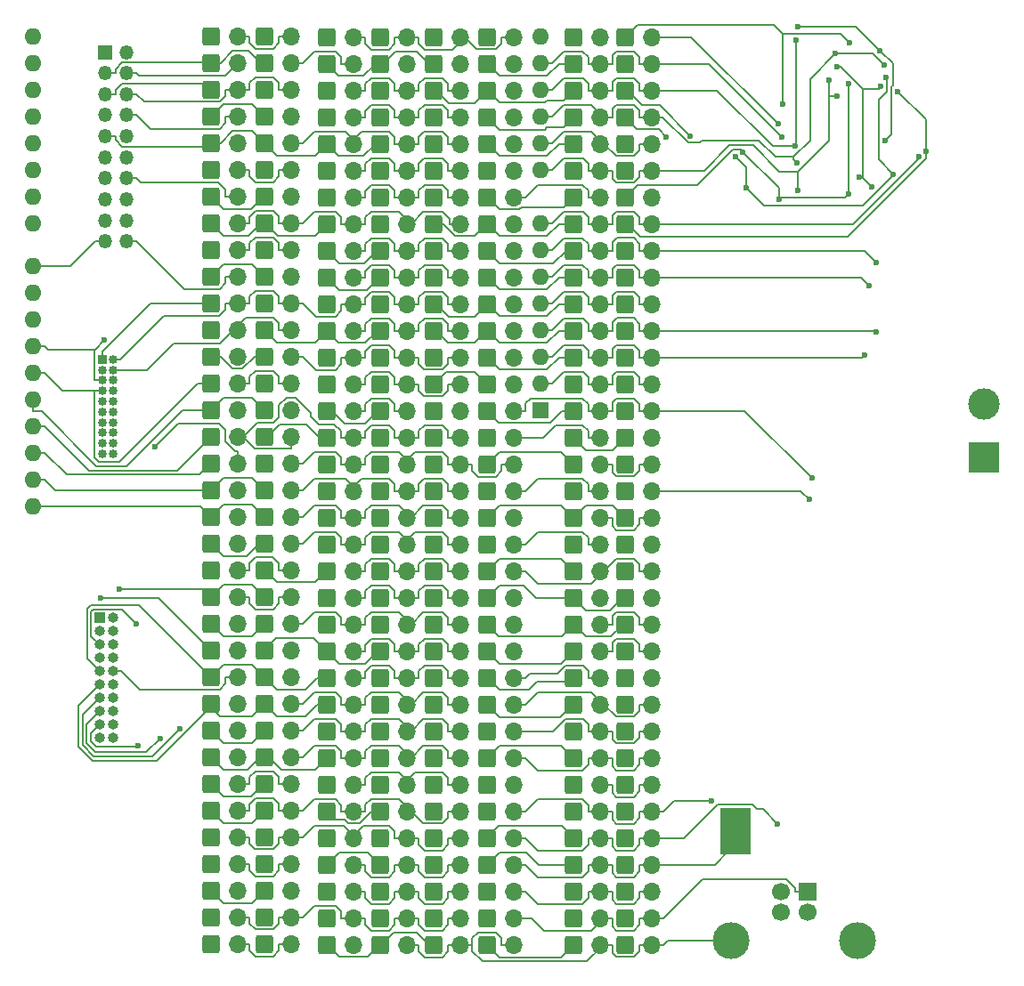
<source format=gbr>
%TF.GenerationSoftware,KiCad,Pcbnew,8.0.0-rc2-429-g037f349585*%
%TF.CreationDate,2024-02-09T22:22:20+01:00*%
%TF.ProjectId,xDuinoRail-Protoboard,78447569-6e6f-4526-9169-6c2d50726f74,rev?*%
%TF.SameCoordinates,Original*%
%TF.FileFunction,Copper,L2,Bot*%
%TF.FilePolarity,Positive*%
%FSLAX46Y46*%
G04 Gerber Fmt 4.6, Leading zero omitted, Abs format (unit mm)*
G04 Created by KiCad (PCBNEW 8.0.0-rc2-429-g037f349585) date 2024-02-09 22:22:20*
%MOMM*%
%LPD*%
G01*
G04 APERTURE LIST*
G04 Aperture macros list*
%AMRoundRect*
0 Rectangle with rounded corners*
0 $1 Rounding radius*
0 $2 $3 $4 $5 $6 $7 $8 $9 X,Y pos of 4 corners*
0 Add a 4 corners polygon primitive as box body*
4,1,4,$2,$3,$4,$5,$6,$7,$8,$9,$2,$3,0*
0 Add four circle primitives for the rounded corners*
1,1,$1+$1,$2,$3*
1,1,$1+$1,$4,$5*
1,1,$1+$1,$6,$7*
1,1,$1+$1,$8,$9*
0 Add four rect primitives between the rounded corners*
20,1,$1+$1,$2,$3,$4,$5,0*
20,1,$1+$1,$4,$5,$6,$7,0*
20,1,$1+$1,$6,$7,$8,$9,0*
20,1,$1+$1,$8,$9,$2,$3,0*%
G04 Aperture macros list end*
%TA.AperFunction,ComponentPad*%
%ADD10C,0.600000*%
%TD*%
%TA.AperFunction,SMDPad,CuDef*%
%ADD11R,2.950000X4.500000*%
%TD*%
%TA.AperFunction,ComponentPad*%
%ADD12R,1.350000X1.350000*%
%TD*%
%TA.AperFunction,ComponentPad*%
%ADD13O,1.350000X1.350000*%
%TD*%
%TA.AperFunction,ComponentPad*%
%ADD14RoundRect,0.250000X-0.600000X-0.600000X0.600000X-0.600000X0.600000X0.600000X-0.600000X0.600000X0*%
%TD*%
%TA.AperFunction,ComponentPad*%
%ADD15O,1.700000X1.700000*%
%TD*%
%TA.AperFunction,ComponentPad*%
%ADD16R,1.000000X1.000000*%
%TD*%
%TA.AperFunction,ComponentPad*%
%ADD17O,1.000000X1.000000*%
%TD*%
%TA.AperFunction,ComponentPad*%
%ADD18R,3.000000X3.000000*%
%TD*%
%TA.AperFunction,ComponentPad*%
%ADD19C,3.000000*%
%TD*%
%TA.AperFunction,ComponentPad*%
%ADD20O,0.850000X0.850000*%
%TD*%
%TA.AperFunction,ComponentPad*%
%ADD21R,0.850000X0.850000*%
%TD*%
%TA.AperFunction,ComponentPad*%
%ADD22R,1.700000X1.700000*%
%TD*%
%TA.AperFunction,ComponentPad*%
%ADD23C,1.700000*%
%TD*%
%TA.AperFunction,ComponentPad*%
%ADD24C,3.500000*%
%TD*%
%TA.AperFunction,ComponentPad*%
%ADD25R,1.600000X1.600000*%
%TD*%
%TA.AperFunction,ComponentPad*%
%ADD26O,1.600000X1.600000*%
%TD*%
%TA.AperFunction,ViaPad*%
%ADD27C,0.600000*%
%TD*%
%TA.AperFunction,Conductor*%
%ADD28C,0.200000*%
%TD*%
G04 APERTURE END LIST*
D10*
%TO.P,U108,9,GNDPAD*%
%TO.N,/L64*%
X144340000Y-125835000D03*
X144340000Y-127035000D03*
X144340000Y-128335000D03*
X144340000Y-129435000D03*
D11*
X144940000Y-127635000D03*
D10*
X145540000Y-125835000D03*
X145540000Y-127035000D03*
X145540000Y-128335000D03*
X145540000Y-129435000D03*
%TD*%
D12*
%TO.P,J118,1,Pin_1*%
%TO.N,/L1*%
X84995000Y-53500000D03*
D13*
%TO.P,J118,2,Pin_2*%
%TO.N,/L2*%
X86995000Y-53500000D03*
%TO.P,J118,3,Pin_3*%
%TO.N,/L3*%
X84995000Y-55500000D03*
%TO.P,J118,4,Pin_4*%
%TO.N,/L4*%
X86995000Y-55500000D03*
%TO.P,J118,5,Pin_5*%
%TO.N,/L5*%
X84995000Y-57500000D03*
%TO.P,J118,6,Pin_6*%
%TO.N,/L6*%
X86995000Y-57500000D03*
%TO.P,J118,7,Pin_7*%
%TO.N,/L7*%
X84995000Y-59500000D03*
%TO.P,J118,8,Pin_8*%
%TO.N,/L8*%
X86995000Y-59500000D03*
%TO.P,J118,9,Pin_9*%
%TO.N,/L9*%
X84995000Y-61500000D03*
%TO.P,J118,10,Pin_10*%
%TO.N,/L10*%
X86995000Y-61500000D03*
%TO.P,J118,11,Pin_11*%
%TO.N,/L11*%
X84995000Y-63500000D03*
%TO.P,J118,12,Pin_12*%
%TO.N,/L12*%
X86995000Y-63500000D03*
%TO.P,J118,13,Pin_13*%
%TO.N,/L13*%
X84995000Y-65500000D03*
%TO.P,J118,14,Pin_14*%
%TO.N,/L14*%
X86995000Y-65500000D03*
%TO.P,J118,15,Pin_15*%
%TO.N,/L15*%
X84995000Y-67500000D03*
%TO.P,J118,16,Pin_16*%
%TO.N,/L16*%
X86995000Y-67500000D03*
%TO.P,J118,17,Pin_17*%
%TO.N,/L17*%
X84995000Y-69500000D03*
%TO.P,J118,18,Pin_18*%
%TO.N,/L18*%
X86995000Y-69500000D03*
%TO.P,J118,19,Pin_19*%
%TO.N,/L19*%
X84995000Y-71500000D03*
%TO.P,J118,20,Pin_20*%
%TO.N,/L20*%
X86995000Y-71500000D03*
%TD*%
D14*
%TO.P,J102,1,Pin_1*%
%TO.N,/L1*%
X106045000Y-52070000D03*
D15*
%TO.P,J102,2,Pin_2*%
%TO.N,/L2*%
X108585000Y-52070000D03*
D14*
%TO.P,J102,3,Pin_3*%
%TO.N,/L3*%
X106045000Y-54610000D03*
D15*
%TO.P,J102,4,Pin_4*%
%TO.N,/L4*%
X108585000Y-54610000D03*
D14*
%TO.P,J102,5,Pin_5*%
%TO.N,/L5*%
X106045000Y-57150000D03*
D15*
%TO.P,J102,6,Pin_6*%
%TO.N,/L6*%
X108585000Y-57150000D03*
D14*
%TO.P,J102,7,Pin_7*%
%TO.N,/L7*%
X106045000Y-59690000D03*
D15*
%TO.P,J102,8,Pin_8*%
%TO.N,/L8*%
X108585000Y-59690000D03*
D14*
%TO.P,J102,9,Pin_9*%
%TO.N,/L9*%
X106045000Y-62230000D03*
D15*
%TO.P,J102,10,Pin_10*%
%TO.N,/L10*%
X108585000Y-62230000D03*
D14*
%TO.P,J102,11,Pin_11*%
%TO.N,/L11*%
X106045000Y-64770000D03*
D15*
%TO.P,J102,12,Pin_12*%
%TO.N,/L12*%
X108585000Y-64770000D03*
D14*
%TO.P,J102,13,Pin_13*%
%TO.N,/L13*%
X106045000Y-67310000D03*
D15*
%TO.P,J102,14,Pin_14*%
%TO.N,/L14*%
X108585000Y-67310000D03*
D14*
%TO.P,J102,15,Pin_15*%
%TO.N,/L15*%
X106045000Y-69850000D03*
D15*
%TO.P,J102,16,Pin_16*%
%TO.N,/L16*%
X108585000Y-69850000D03*
D14*
%TO.P,J102,17,Pin_17*%
%TO.N,/L17*%
X106045000Y-72390000D03*
D15*
%TO.P,J102,18,Pin_18*%
%TO.N,/L18*%
X108585000Y-72390000D03*
D14*
%TO.P,J102,19,Pin_19*%
%TO.N,/L19*%
X106045000Y-74930000D03*
D15*
%TO.P,J102,20,Pin_20*%
%TO.N,/L20*%
X108585000Y-74930000D03*
D14*
%TO.P,J102,21,Pin_21*%
%TO.N,/L21*%
X106045000Y-77470000D03*
D15*
%TO.P,J102,22,Pin_22*%
%TO.N,/L22*%
X108585000Y-77470000D03*
D14*
%TO.P,J102,23,Pin_23*%
%TO.N,/L23*%
X106045000Y-80010000D03*
D15*
%TO.P,J102,24,Pin_24*%
%TO.N,/L24*%
X108585000Y-80010000D03*
D14*
%TO.P,J102,25,Pin_25*%
%TO.N,/L25*%
X106045000Y-82550000D03*
D15*
%TO.P,J102,26,Pin_26*%
%TO.N,/L26*%
X108585000Y-82550000D03*
D14*
%TO.P,J102,27,Pin_27*%
%TO.N,/L27*%
X106045000Y-85090000D03*
D15*
%TO.P,J102,28,Pin_28*%
%TO.N,/L28*%
X108585000Y-85090000D03*
D14*
%TO.P,J102,29,Pin_29*%
%TO.N,/L29*%
X106045000Y-87630000D03*
D15*
%TO.P,J102,30,Pin_30*%
%TO.N,/L30*%
X108585000Y-87630000D03*
D14*
%TO.P,J102,31,Pin_31*%
%TO.N,/L31*%
X106045000Y-90170000D03*
D15*
%TO.P,J102,32,Pin_32*%
%TO.N,/L32*%
X108585000Y-90170000D03*
D14*
%TO.P,J102,33,Pin_33*%
%TO.N,/L33*%
X106045000Y-92710000D03*
D15*
%TO.P,J102,34,Pin_34*%
%TO.N,/L34*%
X108585000Y-92710000D03*
D14*
%TO.P,J102,35,Pin_35*%
%TO.N,/L35*%
X106045000Y-95250000D03*
D15*
%TO.P,J102,36,Pin_36*%
%TO.N,/L36*%
X108585000Y-95250000D03*
D14*
%TO.P,J102,37,Pin_37*%
%TO.N,/L37*%
X106045000Y-97790000D03*
D15*
%TO.P,J102,38,Pin_38*%
%TO.N,/L38*%
X108585000Y-97790000D03*
D14*
%TO.P,J102,39,Pin_39*%
%TO.N,/L39*%
X106045000Y-100330000D03*
D15*
%TO.P,J102,40,Pin_40*%
%TO.N,/L40*%
X108585000Y-100330000D03*
D14*
%TO.P,J102,41,Pin_41*%
%TO.N,/L41*%
X106045000Y-102870000D03*
D15*
%TO.P,J102,42,Pin_42*%
%TO.N,/L42*%
X108585000Y-102870000D03*
D14*
%TO.P,J102,43,Pin_43*%
%TO.N,/L43*%
X106045000Y-105410000D03*
D15*
%TO.P,J102,44,Pin_44*%
%TO.N,/L44*%
X108585000Y-105410000D03*
D14*
%TO.P,J102,45,Pin_45*%
%TO.N,/L45*%
X106045000Y-107950000D03*
D15*
%TO.P,J102,46,Pin_46*%
%TO.N,/L46*%
X108585000Y-107950000D03*
D14*
%TO.P,J102,47,Pin_47*%
%TO.N,/L47*%
X106045000Y-110490000D03*
D15*
%TO.P,J102,48,Pin_48*%
%TO.N,/L48*%
X108585000Y-110490000D03*
D14*
%TO.P,J102,49,Pin_49*%
%TO.N,/L49*%
X106045000Y-113030000D03*
D15*
%TO.P,J102,50,Pin_50*%
%TO.N,/L50*%
X108585000Y-113030000D03*
D14*
%TO.P,J102,51,Pin_51*%
%TO.N,/L51*%
X106045000Y-115570000D03*
D15*
%TO.P,J102,52,Pin_52*%
%TO.N,/L52*%
X108585000Y-115570000D03*
D14*
%TO.P,J102,53,Pin_53*%
%TO.N,/L53*%
X106045000Y-118110000D03*
D15*
%TO.P,J102,54,Pin_54*%
%TO.N,/L54*%
X108585000Y-118110000D03*
D14*
%TO.P,J102,55,Pin_55*%
%TO.N,/L55*%
X106045000Y-120650000D03*
D15*
%TO.P,J102,56,Pin_56*%
%TO.N,/L56*%
X108585000Y-120650000D03*
D14*
%TO.P,J102,57,Pin_57*%
%TO.N,/L57*%
X106045000Y-123190000D03*
D15*
%TO.P,J102,58,Pin_58*%
%TO.N,/L58*%
X108585000Y-123190000D03*
D14*
%TO.P,J102,59,Pin_59*%
%TO.N,/L59*%
X106045000Y-125730000D03*
D15*
%TO.P,J102,60,Pin_60*%
%TO.N,/L60*%
X108585000Y-125730000D03*
D14*
%TO.P,J102,61,Pin_61*%
%TO.N,/L61*%
X106045000Y-128270000D03*
D15*
%TO.P,J102,62,Pin_62*%
%TO.N,/L62*%
X108585000Y-128270000D03*
D14*
%TO.P,J102,63,Pin_63*%
%TO.N,/L63*%
X106045000Y-130810000D03*
D15*
%TO.P,J102,64,Pin_64*%
%TO.N,/L64*%
X108585000Y-130810000D03*
D14*
%TO.P,J102,65,Pin_65*%
%TO.N,/L65*%
X106045000Y-133350000D03*
D15*
%TO.P,J102,66,Pin_66*%
%TO.N,/L66*%
X108585000Y-133350000D03*
D14*
%TO.P,J102,67,Pin_67*%
%TO.N,/L67*%
X106045000Y-135890000D03*
D15*
%TO.P,J102,68,Pin_68*%
%TO.N,/L68*%
X108585000Y-135890000D03*
D14*
%TO.P,J102,69,Pin_69*%
%TO.N,/L69*%
X106045000Y-138430000D03*
D15*
%TO.P,J102,70,Pin_70*%
%TO.N,/L70*%
X108585000Y-138430000D03*
%TD*%
D16*
%TO.P,J114,1,Pin_1*%
%TO.N,/L41*%
X84455000Y-107315000D03*
D17*
%TO.P,J114,2,Pin_2*%
%TO.N,/L42*%
X85725000Y-107315000D03*
%TO.P,J114,3,Pin_3*%
%TO.N,/L43*%
X84455000Y-108585000D03*
%TO.P,J114,4,Pin_4*%
%TO.N,/L44*%
X85725000Y-108585000D03*
%TO.P,J114,5,Pin_5*%
%TO.N,/L45*%
X84455000Y-109855000D03*
%TO.P,J114,6,Pin_6*%
%TO.N,/L46*%
X85725000Y-109855000D03*
%TO.P,J114,7,Pin_7*%
%TO.N,/L47*%
X84455000Y-111125000D03*
%TO.P,J114,8,Pin_8*%
%TO.N,/L48*%
X85725000Y-111125000D03*
%TO.P,J114,9,Pin_9*%
%TO.N,/L49*%
X84455000Y-112395000D03*
%TO.P,J114,10,Pin_10*%
%TO.N,/L50*%
X85725000Y-112395000D03*
%TO.P,J114,11,Pin_11*%
%TO.N,/L51*%
X84455000Y-113665000D03*
%TO.P,J114,12,Pin_12*%
%TO.N,/L52*%
X85725000Y-113665000D03*
%TO.P,J114,13,Pin_13*%
%TO.N,/L53*%
X84455000Y-114935000D03*
%TO.P,J114,14,Pin_14*%
%TO.N,/L54*%
X85725000Y-114935000D03*
%TO.P,J114,15,Pin_15*%
%TO.N,/L55*%
X84455000Y-116205000D03*
%TO.P,J114,16,Pin_16*%
%TO.N,/L56*%
X85725000Y-116205000D03*
%TO.P,J114,17,Pin_17*%
%TO.N,/L57*%
X84455000Y-117475000D03*
%TO.P,J114,18,Pin_18*%
%TO.N,/L58*%
X85725000Y-117475000D03*
%TO.P,J114,19,Pin_19*%
%TO.N,/L59*%
X84455000Y-118745000D03*
%TO.P,J114,20,Pin_20*%
%TO.N,/L60*%
X85725000Y-118745000D03*
%TD*%
D14*
%TO.P,J101,1,Pin_1*%
%TO.N,/L1*%
X111125000Y-52070000D03*
D15*
%TO.P,J101,2,Pin_2*%
%TO.N,/L2*%
X113665000Y-52070000D03*
D14*
%TO.P,J101,3,Pin_3*%
%TO.N,/L3*%
X111125000Y-54610000D03*
D15*
%TO.P,J101,4,Pin_4*%
%TO.N,/L4*%
X113665000Y-54610000D03*
D14*
%TO.P,J101,5,Pin_5*%
%TO.N,/L5*%
X111125000Y-57150000D03*
D15*
%TO.P,J101,6,Pin_6*%
%TO.N,/L6*%
X113665000Y-57150000D03*
D14*
%TO.P,J101,7,Pin_7*%
%TO.N,/L7*%
X111125000Y-59690000D03*
D15*
%TO.P,J101,8,Pin_8*%
%TO.N,/L8*%
X113665000Y-59690000D03*
D14*
%TO.P,J101,9,Pin_9*%
%TO.N,/L9*%
X111125000Y-62230000D03*
D15*
%TO.P,J101,10,Pin_10*%
%TO.N,/L10*%
X113665000Y-62230000D03*
D14*
%TO.P,J101,11,Pin_11*%
%TO.N,/L11*%
X111125000Y-64770000D03*
D15*
%TO.P,J101,12,Pin_12*%
%TO.N,/L12*%
X113665000Y-64770000D03*
D14*
%TO.P,J101,13,Pin_13*%
%TO.N,/L13*%
X111125000Y-67310000D03*
D15*
%TO.P,J101,14,Pin_14*%
%TO.N,/L14*%
X113665000Y-67310000D03*
D14*
%TO.P,J101,15,Pin_15*%
%TO.N,/L15*%
X111125000Y-69850000D03*
D15*
%TO.P,J101,16,Pin_16*%
%TO.N,/L16*%
X113665000Y-69850000D03*
D14*
%TO.P,J101,17,Pin_17*%
%TO.N,/L17*%
X111125000Y-72390000D03*
D15*
%TO.P,J101,18,Pin_18*%
%TO.N,/L18*%
X113665000Y-72390000D03*
D14*
%TO.P,J101,19,Pin_19*%
%TO.N,/L19*%
X111125000Y-74930000D03*
D15*
%TO.P,J101,20,Pin_20*%
%TO.N,/L20*%
X113665000Y-74930000D03*
D14*
%TO.P,J101,21,Pin_21*%
%TO.N,/L21*%
X111125000Y-77470000D03*
D15*
%TO.P,J101,22,Pin_22*%
%TO.N,/L22*%
X113665000Y-77470000D03*
D14*
%TO.P,J101,23,Pin_23*%
%TO.N,/L23*%
X111125000Y-80010000D03*
D15*
%TO.P,J101,24,Pin_24*%
%TO.N,/L24*%
X113665000Y-80010000D03*
D14*
%TO.P,J101,25,Pin_25*%
%TO.N,/L25*%
X111125000Y-82550000D03*
D15*
%TO.P,J101,26,Pin_26*%
%TO.N,/L26*%
X113665000Y-82550000D03*
D14*
%TO.P,J101,27,Pin_27*%
%TO.N,/L27*%
X111125000Y-85090000D03*
D15*
%TO.P,J101,28,Pin_28*%
%TO.N,/L28*%
X113665000Y-85090000D03*
D14*
%TO.P,J101,29,Pin_29*%
%TO.N,/L29*%
X111125000Y-87630000D03*
D15*
%TO.P,J101,30,Pin_30*%
%TO.N,/L30*%
X113665000Y-87630000D03*
D14*
%TO.P,J101,31,Pin_31*%
%TO.N,/L31*%
X111125000Y-90170000D03*
D15*
%TO.P,J101,32,Pin_32*%
%TO.N,/L32*%
X113665000Y-90170000D03*
D14*
%TO.P,J101,33,Pin_33*%
%TO.N,/L33*%
X111125000Y-92710000D03*
D15*
%TO.P,J101,34,Pin_34*%
%TO.N,/L34*%
X113665000Y-92710000D03*
D14*
%TO.P,J101,35,Pin_35*%
%TO.N,/L35*%
X111125000Y-95250000D03*
D15*
%TO.P,J101,36,Pin_36*%
%TO.N,/L36*%
X113665000Y-95250000D03*
D14*
%TO.P,J101,37,Pin_37*%
%TO.N,/L37*%
X111125000Y-97790000D03*
D15*
%TO.P,J101,38,Pin_38*%
%TO.N,/L38*%
X113665000Y-97790000D03*
D14*
%TO.P,J101,39,Pin_39*%
%TO.N,/L39*%
X111125000Y-100330000D03*
D15*
%TO.P,J101,40,Pin_40*%
%TO.N,/L40*%
X113665000Y-100330000D03*
D14*
%TO.P,J101,41,Pin_41*%
%TO.N,/L41*%
X111125000Y-102870000D03*
D15*
%TO.P,J101,42,Pin_42*%
%TO.N,/L42*%
X113665000Y-102870000D03*
D14*
%TO.P,J101,43,Pin_43*%
%TO.N,/L43*%
X111125000Y-105410000D03*
D15*
%TO.P,J101,44,Pin_44*%
%TO.N,/L44*%
X113665000Y-105410000D03*
D14*
%TO.P,J101,45,Pin_45*%
%TO.N,/L45*%
X111125000Y-107950000D03*
D15*
%TO.P,J101,46,Pin_46*%
%TO.N,/L46*%
X113665000Y-107950000D03*
D14*
%TO.P,J101,47,Pin_47*%
%TO.N,/L47*%
X111125000Y-110490000D03*
D15*
%TO.P,J101,48,Pin_48*%
%TO.N,/L48*%
X113665000Y-110490000D03*
D14*
%TO.P,J101,49,Pin_49*%
%TO.N,/L49*%
X111125000Y-113030000D03*
D15*
%TO.P,J101,50,Pin_50*%
%TO.N,/L50*%
X113665000Y-113030000D03*
D14*
%TO.P,J101,51,Pin_51*%
%TO.N,/L51*%
X111125000Y-115570000D03*
D15*
%TO.P,J101,52,Pin_52*%
%TO.N,/L52*%
X113665000Y-115570000D03*
D14*
%TO.P,J101,53,Pin_53*%
%TO.N,/L53*%
X111125000Y-118110000D03*
D15*
%TO.P,J101,54,Pin_54*%
%TO.N,/L54*%
X113665000Y-118110000D03*
D14*
%TO.P,J101,55,Pin_55*%
%TO.N,/L55*%
X111125000Y-120650000D03*
D15*
%TO.P,J101,56,Pin_56*%
%TO.N,/L56*%
X113665000Y-120650000D03*
D14*
%TO.P,J101,57,Pin_57*%
%TO.N,/L57*%
X111125000Y-123190000D03*
D15*
%TO.P,J101,58,Pin_58*%
%TO.N,/L58*%
X113665000Y-123190000D03*
D14*
%TO.P,J101,59,Pin_59*%
%TO.N,/L59*%
X111125000Y-125730000D03*
D15*
%TO.P,J101,60,Pin_60*%
%TO.N,/L60*%
X113665000Y-125730000D03*
D14*
%TO.P,J101,61,Pin_61*%
%TO.N,/L61*%
X111125000Y-128270000D03*
D15*
%TO.P,J101,62,Pin_62*%
%TO.N,/L62*%
X113665000Y-128270000D03*
D14*
%TO.P,J101,63,Pin_63*%
%TO.N,/L63*%
X111125000Y-130810000D03*
D15*
%TO.P,J101,64,Pin_64*%
%TO.N,/L64*%
X113665000Y-130810000D03*
D14*
%TO.P,J101,65,Pin_65*%
%TO.N,/L65*%
X111125000Y-133350000D03*
D15*
%TO.P,J101,66,Pin_66*%
%TO.N,/L66*%
X113665000Y-133350000D03*
D14*
%TO.P,J101,67,Pin_67*%
%TO.N,/L67*%
X111125000Y-135890000D03*
D15*
%TO.P,J101,68,Pin_68*%
%TO.N,/L68*%
X113665000Y-135890000D03*
D14*
%TO.P,J101,69,Pin_69*%
%TO.N,/L69*%
X111125000Y-138430000D03*
D15*
%TO.P,J101,70,Pin_70*%
%TO.N,/L70*%
X113665000Y-138430000D03*
%TD*%
D18*
%TO.P,J112,1,Pin_1*%
%TO.N,/L32*%
X168514500Y-92080600D03*
D19*
%TO.P,J112,2,Pin_2*%
%TO.N,/L29*%
X168514500Y-87000600D03*
%TD*%
D14*
%TO.P,J103,1,Pin_1*%
%TO.N,/L1*%
X116205000Y-52070000D03*
D15*
%TO.P,J103,2,Pin_2*%
%TO.N,/L2*%
X118745000Y-52070000D03*
D14*
%TO.P,J103,3,Pin_3*%
%TO.N,/L3*%
X116205000Y-54610000D03*
D15*
%TO.P,J103,4,Pin_4*%
%TO.N,/L4*%
X118745000Y-54610000D03*
D14*
%TO.P,J103,5,Pin_5*%
%TO.N,/L5*%
X116205000Y-57150000D03*
D15*
%TO.P,J103,6,Pin_6*%
%TO.N,/L6*%
X118745000Y-57150000D03*
D14*
%TO.P,J103,7,Pin_7*%
%TO.N,/L7*%
X116205000Y-59690000D03*
D15*
%TO.P,J103,8,Pin_8*%
%TO.N,/L8*%
X118745000Y-59690000D03*
D14*
%TO.P,J103,9,Pin_9*%
%TO.N,/L9*%
X116205000Y-62230000D03*
D15*
%TO.P,J103,10,Pin_10*%
%TO.N,/L10*%
X118745000Y-62230000D03*
D14*
%TO.P,J103,11,Pin_11*%
%TO.N,/L11*%
X116205000Y-64770000D03*
D15*
%TO.P,J103,12,Pin_12*%
%TO.N,/L12*%
X118745000Y-64770000D03*
D14*
%TO.P,J103,13,Pin_13*%
%TO.N,/L13*%
X116205000Y-67310000D03*
D15*
%TO.P,J103,14,Pin_14*%
%TO.N,/L14*%
X118745000Y-67310000D03*
D14*
%TO.P,J103,15,Pin_15*%
%TO.N,/L15*%
X116205000Y-69850000D03*
D15*
%TO.P,J103,16,Pin_16*%
%TO.N,/L16*%
X118745000Y-69850000D03*
D14*
%TO.P,J103,17,Pin_17*%
%TO.N,/L17*%
X116205000Y-72390000D03*
D15*
%TO.P,J103,18,Pin_18*%
%TO.N,/L18*%
X118745000Y-72390000D03*
D14*
%TO.P,J103,19,Pin_19*%
%TO.N,/L19*%
X116205000Y-74930000D03*
D15*
%TO.P,J103,20,Pin_20*%
%TO.N,/L20*%
X118745000Y-74930000D03*
D14*
%TO.P,J103,21,Pin_21*%
%TO.N,/L21*%
X116205000Y-77470000D03*
D15*
%TO.P,J103,22,Pin_22*%
%TO.N,/L22*%
X118745000Y-77470000D03*
D14*
%TO.P,J103,23,Pin_23*%
%TO.N,/L23*%
X116205000Y-80010000D03*
D15*
%TO.P,J103,24,Pin_24*%
%TO.N,/L24*%
X118745000Y-80010000D03*
D14*
%TO.P,J103,25,Pin_25*%
%TO.N,/L25*%
X116205000Y-82550000D03*
D15*
%TO.P,J103,26,Pin_26*%
%TO.N,/L26*%
X118745000Y-82550000D03*
D14*
%TO.P,J103,27,Pin_27*%
%TO.N,/L27*%
X116205000Y-85090000D03*
D15*
%TO.P,J103,28,Pin_28*%
%TO.N,/L28*%
X118745000Y-85090000D03*
D14*
%TO.P,J103,29,Pin_29*%
%TO.N,/L29*%
X116205000Y-87630000D03*
D15*
%TO.P,J103,30,Pin_30*%
%TO.N,/L30*%
X118745000Y-87630000D03*
D14*
%TO.P,J103,31,Pin_31*%
%TO.N,/L31*%
X116205000Y-90170000D03*
D15*
%TO.P,J103,32,Pin_32*%
%TO.N,/L32*%
X118745000Y-90170000D03*
D14*
%TO.P,J103,33,Pin_33*%
%TO.N,/L33*%
X116205000Y-92710000D03*
D15*
%TO.P,J103,34,Pin_34*%
%TO.N,/L34*%
X118745000Y-92710000D03*
D14*
%TO.P,J103,35,Pin_35*%
%TO.N,/L35*%
X116205000Y-95250000D03*
D15*
%TO.P,J103,36,Pin_36*%
%TO.N,/L36*%
X118745000Y-95250000D03*
D14*
%TO.P,J103,37,Pin_37*%
%TO.N,/L37*%
X116205000Y-97790000D03*
D15*
%TO.P,J103,38,Pin_38*%
%TO.N,/L38*%
X118745000Y-97790000D03*
D14*
%TO.P,J103,39,Pin_39*%
%TO.N,/L39*%
X116205000Y-100330000D03*
D15*
%TO.P,J103,40,Pin_40*%
%TO.N,/L40*%
X118745000Y-100330000D03*
D14*
%TO.P,J103,41,Pin_41*%
%TO.N,/L41*%
X116205000Y-102870000D03*
D15*
%TO.P,J103,42,Pin_42*%
%TO.N,/L42*%
X118745000Y-102870000D03*
D14*
%TO.P,J103,43,Pin_43*%
%TO.N,/L43*%
X116205000Y-105410000D03*
D15*
%TO.P,J103,44,Pin_44*%
%TO.N,/L44*%
X118745000Y-105410000D03*
D14*
%TO.P,J103,45,Pin_45*%
%TO.N,/L45*%
X116205000Y-107950000D03*
D15*
%TO.P,J103,46,Pin_46*%
%TO.N,/L46*%
X118745000Y-107950000D03*
D14*
%TO.P,J103,47,Pin_47*%
%TO.N,/L47*%
X116205000Y-110490000D03*
D15*
%TO.P,J103,48,Pin_48*%
%TO.N,/L48*%
X118745000Y-110490000D03*
D14*
%TO.P,J103,49,Pin_49*%
%TO.N,/L49*%
X116205000Y-113030000D03*
D15*
%TO.P,J103,50,Pin_50*%
%TO.N,/L50*%
X118745000Y-113030000D03*
D14*
%TO.P,J103,51,Pin_51*%
%TO.N,/L51*%
X116205000Y-115570000D03*
D15*
%TO.P,J103,52,Pin_52*%
%TO.N,/L52*%
X118745000Y-115570000D03*
D14*
%TO.P,J103,53,Pin_53*%
%TO.N,/L53*%
X116205000Y-118110000D03*
D15*
%TO.P,J103,54,Pin_54*%
%TO.N,/L54*%
X118745000Y-118110000D03*
D14*
%TO.P,J103,55,Pin_55*%
%TO.N,/L55*%
X116205000Y-120650000D03*
D15*
%TO.P,J103,56,Pin_56*%
%TO.N,/L56*%
X118745000Y-120650000D03*
D14*
%TO.P,J103,57,Pin_57*%
%TO.N,/L57*%
X116205000Y-123190000D03*
D15*
%TO.P,J103,58,Pin_58*%
%TO.N,/L58*%
X118745000Y-123190000D03*
D14*
%TO.P,J103,59,Pin_59*%
%TO.N,/L59*%
X116205000Y-125730000D03*
D15*
%TO.P,J103,60,Pin_60*%
%TO.N,/L60*%
X118745000Y-125730000D03*
D14*
%TO.P,J103,61,Pin_61*%
%TO.N,/L61*%
X116205000Y-128270000D03*
D15*
%TO.P,J103,62,Pin_62*%
%TO.N,/L62*%
X118745000Y-128270000D03*
D14*
%TO.P,J103,63,Pin_63*%
%TO.N,/L63*%
X116205000Y-130810000D03*
D15*
%TO.P,J103,64,Pin_64*%
%TO.N,/L64*%
X118745000Y-130810000D03*
D14*
%TO.P,J103,65,Pin_65*%
%TO.N,/L65*%
X116205000Y-133350000D03*
D15*
%TO.P,J103,66,Pin_66*%
%TO.N,/L66*%
X118745000Y-133350000D03*
D14*
%TO.P,J103,67,Pin_67*%
%TO.N,/L67*%
X116205000Y-135890000D03*
D15*
%TO.P,J103,68,Pin_68*%
%TO.N,/L68*%
X118745000Y-135890000D03*
D14*
%TO.P,J103,69,Pin_69*%
%TO.N,/L69*%
X116205000Y-138430000D03*
D15*
%TO.P,J103,70,Pin_70*%
%TO.N,/L70*%
X118745000Y-138430000D03*
%TD*%
%TO.P,J106,70,Pin_70*%
%TO.N,/L70*%
X136946900Y-138430000D03*
D14*
%TO.P,J106,69,Pin_69*%
%TO.N,/L69*%
X134406900Y-138430000D03*
D15*
%TO.P,J106,68,Pin_68*%
%TO.N,/L68*%
X136946900Y-135890000D03*
D14*
%TO.P,J106,67,Pin_67*%
%TO.N,/L67*%
X134406900Y-135890000D03*
D15*
%TO.P,J106,66,Pin_66*%
%TO.N,/L66*%
X136946900Y-133350000D03*
D14*
%TO.P,J106,65,Pin_65*%
%TO.N,/L65*%
X134406900Y-133350000D03*
D15*
%TO.P,J106,64,Pin_64*%
%TO.N,/L64*%
X136946900Y-130810000D03*
D14*
%TO.P,J106,63,Pin_63*%
%TO.N,/L63*%
X134406900Y-130810000D03*
D15*
%TO.P,J106,62,Pin_62*%
%TO.N,/L62*%
X136946900Y-128270000D03*
D14*
%TO.P,J106,61,Pin_61*%
%TO.N,/L61*%
X134406900Y-128270000D03*
D15*
%TO.P,J106,60,Pin_60*%
%TO.N,/L60*%
X136946900Y-125730000D03*
D14*
%TO.P,J106,59,Pin_59*%
%TO.N,/L59*%
X134406900Y-125730000D03*
D15*
%TO.P,J106,58,Pin_58*%
%TO.N,/L58*%
X136946900Y-123190000D03*
D14*
%TO.P,J106,57,Pin_57*%
%TO.N,/L57*%
X134406900Y-123190000D03*
D15*
%TO.P,J106,56,Pin_56*%
%TO.N,/L56*%
X136946900Y-120650000D03*
D14*
%TO.P,J106,55,Pin_55*%
%TO.N,/L55*%
X134406900Y-120650000D03*
D15*
%TO.P,J106,54,Pin_54*%
%TO.N,/L54*%
X136946900Y-118110000D03*
D14*
%TO.P,J106,53,Pin_53*%
%TO.N,/L53*%
X134406900Y-118110000D03*
D15*
%TO.P,J106,52,Pin_52*%
%TO.N,/L52*%
X136946900Y-115570000D03*
D14*
%TO.P,J106,51,Pin_51*%
%TO.N,/L51*%
X134406900Y-115570000D03*
D15*
%TO.P,J106,50,Pin_50*%
%TO.N,/L50*%
X136946900Y-113030000D03*
D14*
%TO.P,J106,49,Pin_49*%
%TO.N,/L49*%
X134406900Y-113030000D03*
D15*
%TO.P,J106,48,Pin_48*%
%TO.N,/L48*%
X136946900Y-110490000D03*
D14*
%TO.P,J106,47,Pin_47*%
%TO.N,/L47*%
X134406900Y-110490000D03*
D15*
%TO.P,J106,46,Pin_46*%
%TO.N,/L46*%
X136946900Y-107950000D03*
D14*
%TO.P,J106,45,Pin_45*%
%TO.N,/L45*%
X134406900Y-107950000D03*
D15*
%TO.P,J106,44,Pin_44*%
%TO.N,/L44*%
X136946900Y-105410000D03*
D14*
%TO.P,J106,43,Pin_43*%
%TO.N,/L43*%
X134406900Y-105410000D03*
D15*
%TO.P,J106,42,Pin_42*%
%TO.N,/L42*%
X136946900Y-102870000D03*
D14*
%TO.P,J106,41,Pin_41*%
%TO.N,/L41*%
X134406900Y-102870000D03*
D15*
%TO.P,J106,40,Pin_40*%
%TO.N,/L40*%
X136946900Y-100330000D03*
D14*
%TO.P,J106,39,Pin_39*%
%TO.N,/L39*%
X134406900Y-100330000D03*
D15*
%TO.P,J106,38,Pin_38*%
%TO.N,/L38*%
X136946900Y-97790000D03*
D14*
%TO.P,J106,37,Pin_37*%
%TO.N,/L37*%
X134406900Y-97790000D03*
D15*
%TO.P,J106,36,Pin_36*%
%TO.N,/L36*%
X136946900Y-95250000D03*
D14*
%TO.P,J106,35,Pin_35*%
%TO.N,/L35*%
X134406900Y-95250000D03*
D15*
%TO.P,J106,34,Pin_34*%
%TO.N,/L34*%
X136946900Y-92710000D03*
D14*
%TO.P,J106,33,Pin_33*%
%TO.N,/L33*%
X134406900Y-92710000D03*
D15*
%TO.P,J106,32,Pin_32*%
%TO.N,/L32*%
X136946900Y-90170000D03*
D14*
%TO.P,J106,31,Pin_31*%
%TO.N,/L31*%
X134406900Y-90170000D03*
D15*
%TO.P,J106,30,Pin_30*%
%TO.N,/L30*%
X136946900Y-87630000D03*
D14*
%TO.P,J106,29,Pin_29*%
%TO.N,/L29*%
X134406900Y-87630000D03*
D15*
%TO.P,J106,28,Pin_28*%
%TO.N,/L28*%
X136946900Y-85090000D03*
D14*
%TO.P,J106,27,Pin_27*%
%TO.N,/L27*%
X134406900Y-85090000D03*
D15*
%TO.P,J106,26,Pin_26*%
%TO.N,/L26*%
X136946900Y-82550000D03*
D14*
%TO.P,J106,25,Pin_25*%
%TO.N,/L25*%
X134406900Y-82550000D03*
D15*
%TO.P,J106,24,Pin_24*%
%TO.N,/L24*%
X136946900Y-80010000D03*
D14*
%TO.P,J106,23,Pin_23*%
%TO.N,/L23*%
X134406900Y-80010000D03*
D15*
%TO.P,J106,22,Pin_22*%
%TO.N,/L22*%
X136946900Y-77470000D03*
D14*
%TO.P,J106,21,Pin_21*%
%TO.N,/L21*%
X134406900Y-77470000D03*
D15*
%TO.P,J106,20,Pin_20*%
%TO.N,/L20*%
X136946900Y-74930000D03*
D14*
%TO.P,J106,19,Pin_19*%
%TO.N,/L19*%
X134406900Y-74930000D03*
D15*
%TO.P,J106,18,Pin_18*%
%TO.N,/L18*%
X136946900Y-72390000D03*
D14*
%TO.P,J106,17,Pin_17*%
%TO.N,/L17*%
X134406900Y-72390000D03*
D15*
%TO.P,J106,16,Pin_16*%
%TO.N,/L16*%
X136946900Y-69850000D03*
D14*
%TO.P,J106,15,Pin_15*%
%TO.N,/L15*%
X134406900Y-69850000D03*
D15*
%TO.P,J106,14,Pin_14*%
%TO.N,/L14*%
X136946900Y-67310000D03*
D14*
%TO.P,J106,13,Pin_13*%
%TO.N,/L13*%
X134406900Y-67310000D03*
D15*
%TO.P,J106,12,Pin_12*%
%TO.N,/L12*%
X136946900Y-64770000D03*
D14*
%TO.P,J106,11,Pin_11*%
%TO.N,/L11*%
X134406900Y-64770000D03*
D15*
%TO.P,J106,10,Pin_10*%
%TO.N,/L10*%
X136946900Y-62230000D03*
D14*
%TO.P,J106,9,Pin_9*%
%TO.N,/L9*%
X134406900Y-62230000D03*
D15*
%TO.P,J106,8,Pin_8*%
%TO.N,/L8*%
X136946900Y-59690000D03*
D14*
%TO.P,J106,7,Pin_7*%
%TO.N,/L7*%
X134406900Y-59690000D03*
D15*
%TO.P,J106,6,Pin_6*%
%TO.N,/L6*%
X136946900Y-57150000D03*
D14*
%TO.P,J106,5,Pin_5*%
%TO.N,/L5*%
X134406900Y-57150000D03*
D15*
%TO.P,J106,4,Pin_4*%
%TO.N,/L4*%
X136946900Y-54610000D03*
D14*
%TO.P,J106,3,Pin_3*%
%TO.N,/L3*%
X134406900Y-54610000D03*
D15*
%TO.P,J106,2,Pin_2*%
%TO.N,/L2*%
X136946900Y-52070000D03*
D14*
%TO.P,J106,1,Pin_1*%
%TO.N,/L1*%
X134406900Y-52070000D03*
%TD*%
D20*
%TO.P,J115,20,Pin_20*%
%TO.N,/L40*%
X85725000Y-91725000D03*
%TO.P,J115,19,Pin_19*%
%TO.N,/L39*%
X84725000Y-91725000D03*
%TO.P,J115,18,Pin_18*%
%TO.N,/L38*%
X85725000Y-90725000D03*
%TO.P,J115,17,Pin_17*%
%TO.N,/L37*%
X84725000Y-90725000D03*
%TO.P,J115,16,Pin_16*%
%TO.N,/L36*%
X85725000Y-89725000D03*
%TO.P,J115,15,Pin_15*%
%TO.N,/L35*%
X84725000Y-89725000D03*
%TO.P,J115,14,Pin_14*%
%TO.N,/L34*%
X85725000Y-88725000D03*
%TO.P,J115,13,Pin_13*%
%TO.N,/L33*%
X84725000Y-88725000D03*
%TO.P,J115,12,Pin_12*%
%TO.N,/L32*%
X85725000Y-87725000D03*
%TO.P,J115,11,Pin_11*%
%TO.N,/L31*%
X84725000Y-87725000D03*
%TO.P,J115,10,Pin_10*%
%TO.N,/L30*%
X85725000Y-86725000D03*
%TO.P,J115,9,Pin_9*%
%TO.N,/L29*%
X84725000Y-86725000D03*
%TO.P,J115,8,Pin_8*%
%TO.N,/L28*%
X85725000Y-85725000D03*
%TO.P,J115,7,Pin_7*%
%TO.N,/L27*%
X84725000Y-85725000D03*
%TO.P,J115,6,Pin_6*%
%TO.N,/L26*%
X85725000Y-84725000D03*
%TO.P,J115,5,Pin_5*%
%TO.N,/L25*%
X84725000Y-84725000D03*
%TO.P,J115,4,Pin_4*%
%TO.N,/L24*%
X85725000Y-83725000D03*
%TO.P,J115,3,Pin_3*%
%TO.N,/L23*%
X84725000Y-83725000D03*
%TO.P,J115,2,Pin_2*%
%TO.N,/L22*%
X85725000Y-82725000D03*
D21*
%TO.P,J115,1,Pin_1*%
%TO.N,/L21*%
X84725000Y-82725000D03*
%TD*%
D14*
%TO.P,J110,1,Pin_1*%
%TO.N,/L1*%
X95039500Y-51990600D03*
D15*
%TO.P,J110,2,Pin_2*%
%TO.N,/L2*%
X97579500Y-51990600D03*
D14*
%TO.P,J110,3,Pin_3*%
%TO.N,/L3*%
X95039500Y-54530600D03*
D15*
%TO.P,J110,4,Pin_4*%
%TO.N,/L4*%
X97579500Y-54530600D03*
D14*
%TO.P,J110,5,Pin_5*%
%TO.N,/L5*%
X95039500Y-57070600D03*
D15*
%TO.P,J110,6,Pin_6*%
%TO.N,/L6*%
X97579500Y-57070600D03*
D14*
%TO.P,J110,7,Pin_7*%
%TO.N,/L7*%
X95039500Y-59610600D03*
D15*
%TO.P,J110,8,Pin_8*%
%TO.N,/L8*%
X97579500Y-59610600D03*
D14*
%TO.P,J110,9,Pin_9*%
%TO.N,/L9*%
X95039500Y-62150600D03*
D15*
%TO.P,J110,10,Pin_10*%
%TO.N,/L10*%
X97579500Y-62150600D03*
D14*
%TO.P,J110,11,Pin_11*%
%TO.N,/L11*%
X95039500Y-64690600D03*
D15*
%TO.P,J110,12,Pin_12*%
%TO.N,/L12*%
X97579500Y-64690600D03*
D14*
%TO.P,J110,13,Pin_13*%
%TO.N,/L13*%
X95039500Y-67230600D03*
D15*
%TO.P,J110,14,Pin_14*%
%TO.N,/L14*%
X97579500Y-67230600D03*
D14*
%TO.P,J110,15,Pin_15*%
%TO.N,/L15*%
X95039500Y-69770600D03*
D15*
%TO.P,J110,16,Pin_16*%
%TO.N,/L16*%
X97579500Y-69770600D03*
D14*
%TO.P,J110,17,Pin_17*%
%TO.N,/L17*%
X95039500Y-72310600D03*
D15*
%TO.P,J110,18,Pin_18*%
%TO.N,/L18*%
X97579500Y-72310600D03*
D14*
%TO.P,J110,19,Pin_19*%
%TO.N,/L19*%
X95039500Y-74850600D03*
D15*
%TO.P,J110,20,Pin_20*%
%TO.N,/L20*%
X97579500Y-74850600D03*
D14*
%TO.P,J110,21,Pin_21*%
%TO.N,/L21*%
X95039500Y-77390600D03*
D15*
%TO.P,J110,22,Pin_22*%
%TO.N,/L22*%
X97579500Y-77390600D03*
D14*
%TO.P,J110,23,Pin_23*%
%TO.N,/L23*%
X95039500Y-79930600D03*
D15*
%TO.P,J110,24,Pin_24*%
%TO.N,/L24*%
X97579500Y-79930600D03*
D14*
%TO.P,J110,25,Pin_25*%
%TO.N,/L25*%
X95039500Y-82470600D03*
D15*
%TO.P,J110,26,Pin_26*%
%TO.N,/L26*%
X97579500Y-82470600D03*
D14*
%TO.P,J110,27,Pin_27*%
%TO.N,/L27*%
X95039500Y-85010600D03*
D15*
%TO.P,J110,28,Pin_28*%
%TO.N,/L28*%
X97579500Y-85010600D03*
D14*
%TO.P,J110,29,Pin_29*%
%TO.N,/L29*%
X95039500Y-87550600D03*
D15*
%TO.P,J110,30,Pin_30*%
%TO.N,/L30*%
X97579500Y-87550600D03*
D14*
%TO.P,J110,31,Pin_31*%
%TO.N,/L31*%
X95039500Y-90090600D03*
D15*
%TO.P,J110,32,Pin_32*%
%TO.N,/L32*%
X97579500Y-90090600D03*
D14*
%TO.P,J110,33,Pin_33*%
%TO.N,/L33*%
X95039500Y-92630600D03*
D15*
%TO.P,J110,34,Pin_34*%
%TO.N,/L34*%
X97579500Y-92630600D03*
D14*
%TO.P,J110,35,Pin_35*%
%TO.N,/L35*%
X95039500Y-95170600D03*
D15*
%TO.P,J110,36,Pin_36*%
%TO.N,/L36*%
X97579500Y-95170600D03*
D14*
%TO.P,J110,37,Pin_37*%
%TO.N,/L37*%
X95039500Y-97710600D03*
D15*
%TO.P,J110,38,Pin_38*%
%TO.N,/L38*%
X97579500Y-97710600D03*
D14*
%TO.P,J110,39,Pin_39*%
%TO.N,/L39*%
X95039500Y-100250600D03*
D15*
%TO.P,J110,40,Pin_40*%
%TO.N,/L40*%
X97579500Y-100250600D03*
D14*
%TO.P,J110,41,Pin_41*%
%TO.N,/L41*%
X95039500Y-102790600D03*
D15*
%TO.P,J110,42,Pin_42*%
%TO.N,/L42*%
X97579500Y-102790600D03*
D14*
%TO.P,J110,43,Pin_43*%
%TO.N,/L43*%
X95039500Y-105330600D03*
D15*
%TO.P,J110,44,Pin_44*%
%TO.N,/L44*%
X97579500Y-105330600D03*
D14*
%TO.P,J110,45,Pin_45*%
%TO.N,/L45*%
X95039500Y-107870600D03*
D15*
%TO.P,J110,46,Pin_46*%
%TO.N,/L46*%
X97579500Y-107870600D03*
D14*
%TO.P,J110,47,Pin_47*%
%TO.N,/L47*%
X95039500Y-110410600D03*
D15*
%TO.P,J110,48,Pin_48*%
%TO.N,/L48*%
X97579500Y-110410600D03*
D14*
%TO.P,J110,49,Pin_49*%
%TO.N,/L49*%
X95039500Y-112950600D03*
D15*
%TO.P,J110,50,Pin_50*%
%TO.N,/L50*%
X97579500Y-112950600D03*
D14*
%TO.P,J110,51,Pin_51*%
%TO.N,/L51*%
X95039500Y-115490600D03*
D15*
%TO.P,J110,52,Pin_52*%
%TO.N,/L52*%
X97579500Y-115490600D03*
D14*
%TO.P,J110,53,Pin_53*%
%TO.N,/L53*%
X95039500Y-118030600D03*
D15*
%TO.P,J110,54,Pin_54*%
%TO.N,/L54*%
X97579500Y-118030600D03*
D14*
%TO.P,J110,55,Pin_55*%
%TO.N,/L55*%
X95039500Y-120570600D03*
D15*
%TO.P,J110,56,Pin_56*%
%TO.N,/L56*%
X97579500Y-120570600D03*
D14*
%TO.P,J110,57,Pin_57*%
%TO.N,/L57*%
X95039500Y-123110600D03*
D15*
%TO.P,J110,58,Pin_58*%
%TO.N,/L58*%
X97579500Y-123110600D03*
D14*
%TO.P,J110,59,Pin_59*%
%TO.N,/L59*%
X95039500Y-125650600D03*
D15*
%TO.P,J110,60,Pin_60*%
%TO.N,/L60*%
X97579500Y-125650600D03*
D14*
%TO.P,J110,61,Pin_61*%
%TO.N,/L61*%
X95039500Y-128190600D03*
D15*
%TO.P,J110,62,Pin_62*%
%TO.N,/L62*%
X97579500Y-128190600D03*
D14*
%TO.P,J110,63,Pin_63*%
%TO.N,/L63*%
X95039500Y-130730600D03*
D15*
%TO.P,J110,64,Pin_64*%
%TO.N,/L64*%
X97579500Y-130730600D03*
D14*
%TO.P,J110,65,Pin_65*%
%TO.N,/L65*%
X95039500Y-133270600D03*
D15*
%TO.P,J110,66,Pin_66*%
%TO.N,/L66*%
X97579500Y-133270600D03*
D14*
%TO.P,J110,67,Pin_67*%
%TO.N,/L67*%
X95039500Y-135810600D03*
D15*
%TO.P,J110,68,Pin_68*%
%TO.N,/L68*%
X97579500Y-135810600D03*
D14*
%TO.P,J110,69,Pin_69*%
%TO.N,/L69*%
X95039500Y-138350600D03*
D15*
%TO.P,J110,70,Pin_70*%
%TO.N,/L70*%
X97579500Y-138350600D03*
%TD*%
D14*
%TO.P,J105,1,Pin_1*%
%TO.N,/L1*%
X129537400Y-52070000D03*
D15*
%TO.P,J105,2,Pin_2*%
%TO.N,/L2*%
X132077400Y-52070000D03*
D14*
%TO.P,J105,3,Pin_3*%
%TO.N,/L3*%
X129537400Y-54610000D03*
D15*
%TO.P,J105,4,Pin_4*%
%TO.N,/L4*%
X132077400Y-54610000D03*
D14*
%TO.P,J105,5,Pin_5*%
%TO.N,/L5*%
X129537400Y-57150000D03*
D15*
%TO.P,J105,6,Pin_6*%
%TO.N,/L6*%
X132077400Y-57150000D03*
D14*
%TO.P,J105,7,Pin_7*%
%TO.N,/L7*%
X129537400Y-59690000D03*
D15*
%TO.P,J105,8,Pin_8*%
%TO.N,/L8*%
X132077400Y-59690000D03*
D14*
%TO.P,J105,9,Pin_9*%
%TO.N,/L9*%
X129537400Y-62230000D03*
D15*
%TO.P,J105,10,Pin_10*%
%TO.N,/L10*%
X132077400Y-62230000D03*
D14*
%TO.P,J105,11,Pin_11*%
%TO.N,/L11*%
X129537400Y-64770000D03*
D15*
%TO.P,J105,12,Pin_12*%
%TO.N,/L12*%
X132077400Y-64770000D03*
D14*
%TO.P,J105,13,Pin_13*%
%TO.N,/L13*%
X129537400Y-67310000D03*
D15*
%TO.P,J105,14,Pin_14*%
%TO.N,/L14*%
X132077400Y-67310000D03*
D14*
%TO.P,J105,15,Pin_15*%
%TO.N,/L15*%
X129537400Y-69850000D03*
D15*
%TO.P,J105,16,Pin_16*%
%TO.N,/L16*%
X132077400Y-69850000D03*
D14*
%TO.P,J105,17,Pin_17*%
%TO.N,/L17*%
X129537400Y-72390000D03*
D15*
%TO.P,J105,18,Pin_18*%
%TO.N,/L18*%
X132077400Y-72390000D03*
D14*
%TO.P,J105,19,Pin_19*%
%TO.N,/L19*%
X129537400Y-74930000D03*
D15*
%TO.P,J105,20,Pin_20*%
%TO.N,/L20*%
X132077400Y-74930000D03*
D14*
%TO.P,J105,21,Pin_21*%
%TO.N,/L21*%
X129537400Y-77470000D03*
D15*
%TO.P,J105,22,Pin_22*%
%TO.N,/L22*%
X132077400Y-77470000D03*
D14*
%TO.P,J105,23,Pin_23*%
%TO.N,/L23*%
X129537400Y-80010000D03*
D15*
%TO.P,J105,24,Pin_24*%
%TO.N,/L24*%
X132077400Y-80010000D03*
D14*
%TO.P,J105,25,Pin_25*%
%TO.N,/L25*%
X129537400Y-82550000D03*
D15*
%TO.P,J105,26,Pin_26*%
%TO.N,/L26*%
X132077400Y-82550000D03*
D14*
%TO.P,J105,27,Pin_27*%
%TO.N,/L27*%
X129537400Y-85090000D03*
D15*
%TO.P,J105,28,Pin_28*%
%TO.N,/L28*%
X132077400Y-85090000D03*
D14*
%TO.P,J105,29,Pin_29*%
%TO.N,/L29*%
X129537400Y-87630000D03*
D15*
%TO.P,J105,30,Pin_30*%
%TO.N,/L30*%
X132077400Y-87630000D03*
D14*
%TO.P,J105,31,Pin_31*%
%TO.N,/L31*%
X129537400Y-90170000D03*
D15*
%TO.P,J105,32,Pin_32*%
%TO.N,/L32*%
X132077400Y-90170000D03*
D14*
%TO.P,J105,33,Pin_33*%
%TO.N,/L33*%
X129537400Y-92710000D03*
D15*
%TO.P,J105,34,Pin_34*%
%TO.N,/L34*%
X132077400Y-92710000D03*
D14*
%TO.P,J105,35,Pin_35*%
%TO.N,/L35*%
X129537400Y-95250000D03*
D15*
%TO.P,J105,36,Pin_36*%
%TO.N,/L36*%
X132077400Y-95250000D03*
D14*
%TO.P,J105,37,Pin_37*%
%TO.N,/L37*%
X129537400Y-97790000D03*
D15*
%TO.P,J105,38,Pin_38*%
%TO.N,/L38*%
X132077400Y-97790000D03*
D14*
%TO.P,J105,39,Pin_39*%
%TO.N,/L39*%
X129537400Y-100330000D03*
D15*
%TO.P,J105,40,Pin_40*%
%TO.N,/L40*%
X132077400Y-100330000D03*
D14*
%TO.P,J105,41,Pin_41*%
%TO.N,/L41*%
X129537400Y-102870000D03*
D15*
%TO.P,J105,42,Pin_42*%
%TO.N,/L42*%
X132077400Y-102870000D03*
D14*
%TO.P,J105,43,Pin_43*%
%TO.N,/L43*%
X129537400Y-105410000D03*
D15*
%TO.P,J105,44,Pin_44*%
%TO.N,/L44*%
X132077400Y-105410000D03*
D14*
%TO.P,J105,45,Pin_45*%
%TO.N,/L45*%
X129537400Y-107950000D03*
D15*
%TO.P,J105,46,Pin_46*%
%TO.N,/L46*%
X132077400Y-107950000D03*
D14*
%TO.P,J105,47,Pin_47*%
%TO.N,/L47*%
X129537400Y-110490000D03*
D15*
%TO.P,J105,48,Pin_48*%
%TO.N,/L48*%
X132077400Y-110490000D03*
D14*
%TO.P,J105,49,Pin_49*%
%TO.N,/L49*%
X129537400Y-113030000D03*
D15*
%TO.P,J105,50,Pin_50*%
%TO.N,/L50*%
X132077400Y-113030000D03*
D14*
%TO.P,J105,51,Pin_51*%
%TO.N,/L51*%
X129537400Y-115570000D03*
D15*
%TO.P,J105,52,Pin_52*%
%TO.N,/L52*%
X132077400Y-115570000D03*
D14*
%TO.P,J105,53,Pin_53*%
%TO.N,/L53*%
X129537400Y-118110000D03*
D15*
%TO.P,J105,54,Pin_54*%
%TO.N,/L54*%
X132077400Y-118110000D03*
D14*
%TO.P,J105,55,Pin_55*%
%TO.N,/L55*%
X129537400Y-120650000D03*
D15*
%TO.P,J105,56,Pin_56*%
%TO.N,/L56*%
X132077400Y-120650000D03*
D14*
%TO.P,J105,57,Pin_57*%
%TO.N,/L57*%
X129537400Y-123190000D03*
D15*
%TO.P,J105,58,Pin_58*%
%TO.N,/L58*%
X132077400Y-123190000D03*
D14*
%TO.P,J105,59,Pin_59*%
%TO.N,/L59*%
X129537400Y-125730000D03*
D15*
%TO.P,J105,60,Pin_60*%
%TO.N,/L60*%
X132077400Y-125730000D03*
D14*
%TO.P,J105,61,Pin_61*%
%TO.N,/L61*%
X129537400Y-128270000D03*
D15*
%TO.P,J105,62,Pin_62*%
%TO.N,/L62*%
X132077400Y-128270000D03*
D14*
%TO.P,J105,63,Pin_63*%
%TO.N,/L63*%
X129537400Y-130810000D03*
D15*
%TO.P,J105,64,Pin_64*%
%TO.N,/L64*%
X132077400Y-130810000D03*
D14*
%TO.P,J105,65,Pin_65*%
%TO.N,/L65*%
X129537400Y-133350000D03*
D15*
%TO.P,J105,66,Pin_66*%
%TO.N,/L66*%
X132077400Y-133350000D03*
D14*
%TO.P,J105,67,Pin_67*%
%TO.N,/L67*%
X129537400Y-135890000D03*
D15*
%TO.P,J105,68,Pin_68*%
%TO.N,/L68*%
X132077400Y-135890000D03*
D14*
%TO.P,J105,69,Pin_69*%
%TO.N,/L69*%
X129537400Y-138430000D03*
D15*
%TO.P,J105,70,Pin_70*%
%TO.N,/L70*%
X132077400Y-138430000D03*
%TD*%
D14*
%TO.P,J104,1,Pin_1*%
%TO.N,/L1*%
X121285000Y-52070000D03*
D15*
%TO.P,J104,2,Pin_2*%
%TO.N,/L2*%
X123825000Y-52070000D03*
D14*
%TO.P,J104,3,Pin_3*%
%TO.N,/L3*%
X121285000Y-54610000D03*
D15*
%TO.P,J104,4,Pin_4*%
%TO.N,/L4*%
X123825000Y-54610000D03*
D14*
%TO.P,J104,5,Pin_5*%
%TO.N,/L5*%
X121285000Y-57150000D03*
D15*
%TO.P,J104,6,Pin_6*%
%TO.N,/L6*%
X123825000Y-57150000D03*
D14*
%TO.P,J104,7,Pin_7*%
%TO.N,/L7*%
X121285000Y-59690000D03*
D15*
%TO.P,J104,8,Pin_8*%
%TO.N,/L8*%
X123825000Y-59690000D03*
D14*
%TO.P,J104,9,Pin_9*%
%TO.N,/L9*%
X121285000Y-62230000D03*
D15*
%TO.P,J104,10,Pin_10*%
%TO.N,/L10*%
X123825000Y-62230000D03*
D14*
%TO.P,J104,11,Pin_11*%
%TO.N,/L11*%
X121285000Y-64770000D03*
D15*
%TO.P,J104,12,Pin_12*%
%TO.N,/L12*%
X123825000Y-64770000D03*
D14*
%TO.P,J104,13,Pin_13*%
%TO.N,/L13*%
X121285000Y-67310000D03*
D15*
%TO.P,J104,14,Pin_14*%
%TO.N,/L14*%
X123825000Y-67310000D03*
D14*
%TO.P,J104,15,Pin_15*%
%TO.N,/L15*%
X121285000Y-69850000D03*
D15*
%TO.P,J104,16,Pin_16*%
%TO.N,/L16*%
X123825000Y-69850000D03*
D14*
%TO.P,J104,17,Pin_17*%
%TO.N,/L17*%
X121285000Y-72390000D03*
D15*
%TO.P,J104,18,Pin_18*%
%TO.N,/L18*%
X123825000Y-72390000D03*
D14*
%TO.P,J104,19,Pin_19*%
%TO.N,/L19*%
X121285000Y-74930000D03*
D15*
%TO.P,J104,20,Pin_20*%
%TO.N,/L20*%
X123825000Y-74930000D03*
D14*
%TO.P,J104,21,Pin_21*%
%TO.N,/L21*%
X121285000Y-77470000D03*
D15*
%TO.P,J104,22,Pin_22*%
%TO.N,/L22*%
X123825000Y-77470000D03*
D14*
%TO.P,J104,23,Pin_23*%
%TO.N,/L23*%
X121285000Y-80010000D03*
D15*
%TO.P,J104,24,Pin_24*%
%TO.N,/L24*%
X123825000Y-80010000D03*
D14*
%TO.P,J104,25,Pin_25*%
%TO.N,/L25*%
X121285000Y-82550000D03*
D15*
%TO.P,J104,26,Pin_26*%
%TO.N,/L26*%
X123825000Y-82550000D03*
D14*
%TO.P,J104,27,Pin_27*%
%TO.N,/L27*%
X121285000Y-85090000D03*
D15*
%TO.P,J104,28,Pin_28*%
%TO.N,/L28*%
X123825000Y-85090000D03*
D14*
%TO.P,J104,29,Pin_29*%
%TO.N,/L29*%
X121285000Y-87630000D03*
D15*
%TO.P,J104,30,Pin_30*%
%TO.N,/L30*%
X123825000Y-87630000D03*
D14*
%TO.P,J104,31,Pin_31*%
%TO.N,/L31*%
X121285000Y-90170000D03*
D15*
%TO.P,J104,32,Pin_32*%
%TO.N,/L32*%
X123825000Y-90170000D03*
D14*
%TO.P,J104,33,Pin_33*%
%TO.N,/L33*%
X121285000Y-92710000D03*
D15*
%TO.P,J104,34,Pin_34*%
%TO.N,/L34*%
X123825000Y-92710000D03*
D14*
%TO.P,J104,35,Pin_35*%
%TO.N,/L35*%
X121285000Y-95250000D03*
D15*
%TO.P,J104,36,Pin_36*%
%TO.N,/L36*%
X123825000Y-95250000D03*
D14*
%TO.P,J104,37,Pin_37*%
%TO.N,/L37*%
X121285000Y-97790000D03*
D15*
%TO.P,J104,38,Pin_38*%
%TO.N,/L38*%
X123825000Y-97790000D03*
D14*
%TO.P,J104,39,Pin_39*%
%TO.N,/L39*%
X121285000Y-100330000D03*
D15*
%TO.P,J104,40,Pin_40*%
%TO.N,/L40*%
X123825000Y-100330000D03*
D14*
%TO.P,J104,41,Pin_41*%
%TO.N,/L41*%
X121285000Y-102870000D03*
D15*
%TO.P,J104,42,Pin_42*%
%TO.N,/L42*%
X123825000Y-102870000D03*
D14*
%TO.P,J104,43,Pin_43*%
%TO.N,/L43*%
X121285000Y-105410000D03*
D15*
%TO.P,J104,44,Pin_44*%
%TO.N,/L44*%
X123825000Y-105410000D03*
D14*
%TO.P,J104,45,Pin_45*%
%TO.N,/L45*%
X121285000Y-107950000D03*
D15*
%TO.P,J104,46,Pin_46*%
%TO.N,/L46*%
X123825000Y-107950000D03*
D14*
%TO.P,J104,47,Pin_47*%
%TO.N,/L47*%
X121285000Y-110490000D03*
D15*
%TO.P,J104,48,Pin_48*%
%TO.N,/L48*%
X123825000Y-110490000D03*
D14*
%TO.P,J104,49,Pin_49*%
%TO.N,/L49*%
X121285000Y-113030000D03*
D15*
%TO.P,J104,50,Pin_50*%
%TO.N,/L50*%
X123825000Y-113030000D03*
D14*
%TO.P,J104,51,Pin_51*%
%TO.N,/L51*%
X121285000Y-115570000D03*
D15*
%TO.P,J104,52,Pin_52*%
%TO.N,/L52*%
X123825000Y-115570000D03*
D14*
%TO.P,J104,53,Pin_53*%
%TO.N,/L53*%
X121285000Y-118110000D03*
D15*
%TO.P,J104,54,Pin_54*%
%TO.N,/L54*%
X123825000Y-118110000D03*
D14*
%TO.P,J104,55,Pin_55*%
%TO.N,/L55*%
X121285000Y-120650000D03*
D15*
%TO.P,J104,56,Pin_56*%
%TO.N,/L56*%
X123825000Y-120650000D03*
D14*
%TO.P,J104,57,Pin_57*%
%TO.N,/L57*%
X121285000Y-123190000D03*
D15*
%TO.P,J104,58,Pin_58*%
%TO.N,/L58*%
X123825000Y-123190000D03*
D14*
%TO.P,J104,59,Pin_59*%
%TO.N,/L59*%
X121285000Y-125730000D03*
D15*
%TO.P,J104,60,Pin_60*%
%TO.N,/L60*%
X123825000Y-125730000D03*
D14*
%TO.P,J104,61,Pin_61*%
%TO.N,/L61*%
X121285000Y-128270000D03*
D15*
%TO.P,J104,62,Pin_62*%
%TO.N,/L62*%
X123825000Y-128270000D03*
D14*
%TO.P,J104,63,Pin_63*%
%TO.N,/L63*%
X121285000Y-130810000D03*
D15*
%TO.P,J104,64,Pin_64*%
%TO.N,/L64*%
X123825000Y-130810000D03*
D14*
%TO.P,J104,65,Pin_65*%
%TO.N,/L65*%
X121285000Y-133350000D03*
D15*
%TO.P,J104,66,Pin_66*%
%TO.N,/L66*%
X123825000Y-133350000D03*
D14*
%TO.P,J104,67,Pin_67*%
%TO.N,/L67*%
X121285000Y-135890000D03*
D15*
%TO.P,J104,68,Pin_68*%
%TO.N,/L68*%
X123825000Y-135890000D03*
D14*
%TO.P,J104,69,Pin_69*%
%TO.N,/L69*%
X121285000Y-138430000D03*
D15*
%TO.P,J104,70,Pin_70*%
%TO.N,/L70*%
X123825000Y-138430000D03*
%TD*%
D14*
%TO.P,J111,1,Pin_1*%
%TO.N,/L1*%
X100119500Y-51990600D03*
D15*
%TO.P,J111,2,Pin_2*%
%TO.N,/L2*%
X102659500Y-51990600D03*
D14*
%TO.P,J111,3,Pin_3*%
%TO.N,/L3*%
X100119500Y-54530600D03*
D15*
%TO.P,J111,4,Pin_4*%
%TO.N,/L4*%
X102659500Y-54530600D03*
D14*
%TO.P,J111,5,Pin_5*%
%TO.N,/L5*%
X100119500Y-57070600D03*
D15*
%TO.P,J111,6,Pin_6*%
%TO.N,/L6*%
X102659500Y-57070600D03*
D14*
%TO.P,J111,7,Pin_7*%
%TO.N,/L7*%
X100119500Y-59610600D03*
D15*
%TO.P,J111,8,Pin_8*%
%TO.N,/L8*%
X102659500Y-59610600D03*
D14*
%TO.P,J111,9,Pin_9*%
%TO.N,/L9*%
X100119500Y-62150600D03*
D15*
%TO.P,J111,10,Pin_10*%
%TO.N,/L10*%
X102659500Y-62150600D03*
D14*
%TO.P,J111,11,Pin_11*%
%TO.N,/L11*%
X100119500Y-64690600D03*
D15*
%TO.P,J111,12,Pin_12*%
%TO.N,/L12*%
X102659500Y-64690600D03*
D14*
%TO.P,J111,13,Pin_13*%
%TO.N,/L13*%
X100119500Y-67230600D03*
D15*
%TO.P,J111,14,Pin_14*%
%TO.N,/L14*%
X102659500Y-67230600D03*
D14*
%TO.P,J111,15,Pin_15*%
%TO.N,/L15*%
X100119500Y-69770600D03*
D15*
%TO.P,J111,16,Pin_16*%
%TO.N,/L16*%
X102659500Y-69770600D03*
D14*
%TO.P,J111,17,Pin_17*%
%TO.N,/L17*%
X100119500Y-72310600D03*
D15*
%TO.P,J111,18,Pin_18*%
%TO.N,/L18*%
X102659500Y-72310600D03*
D14*
%TO.P,J111,19,Pin_19*%
%TO.N,/L19*%
X100119500Y-74850600D03*
D15*
%TO.P,J111,20,Pin_20*%
%TO.N,/L20*%
X102659500Y-74850600D03*
D14*
%TO.P,J111,21,Pin_21*%
%TO.N,/L21*%
X100119500Y-77390600D03*
D15*
%TO.P,J111,22,Pin_22*%
%TO.N,/L22*%
X102659500Y-77390600D03*
D14*
%TO.P,J111,23,Pin_23*%
%TO.N,/L23*%
X100119500Y-79930600D03*
D15*
%TO.P,J111,24,Pin_24*%
%TO.N,/L24*%
X102659500Y-79930600D03*
D14*
%TO.P,J111,25,Pin_25*%
%TO.N,/L25*%
X100119500Y-82470600D03*
D15*
%TO.P,J111,26,Pin_26*%
%TO.N,/L26*%
X102659500Y-82470600D03*
D14*
%TO.P,J111,27,Pin_27*%
%TO.N,/L27*%
X100119500Y-85010600D03*
D15*
%TO.P,J111,28,Pin_28*%
%TO.N,/L28*%
X102659500Y-85010600D03*
D14*
%TO.P,J111,29,Pin_29*%
%TO.N,/L29*%
X100119500Y-87550600D03*
D15*
%TO.P,J111,30,Pin_30*%
%TO.N,/L30*%
X102659500Y-87550600D03*
D14*
%TO.P,J111,31,Pin_31*%
%TO.N,/L31*%
X100119500Y-90090600D03*
D15*
%TO.P,J111,32,Pin_32*%
%TO.N,/L32*%
X102659500Y-90090600D03*
D14*
%TO.P,J111,33,Pin_33*%
%TO.N,/L33*%
X100119500Y-92630600D03*
D15*
%TO.P,J111,34,Pin_34*%
%TO.N,/L34*%
X102659500Y-92630600D03*
D14*
%TO.P,J111,35,Pin_35*%
%TO.N,/L35*%
X100119500Y-95170600D03*
D15*
%TO.P,J111,36,Pin_36*%
%TO.N,/L36*%
X102659500Y-95170600D03*
D14*
%TO.P,J111,37,Pin_37*%
%TO.N,/L37*%
X100119500Y-97710600D03*
D15*
%TO.P,J111,38,Pin_38*%
%TO.N,/L38*%
X102659500Y-97710600D03*
D14*
%TO.P,J111,39,Pin_39*%
%TO.N,/L39*%
X100119500Y-100250600D03*
D15*
%TO.P,J111,40,Pin_40*%
%TO.N,/L40*%
X102659500Y-100250600D03*
D14*
%TO.P,J111,41,Pin_41*%
%TO.N,/L41*%
X100119500Y-102790600D03*
D15*
%TO.P,J111,42,Pin_42*%
%TO.N,/L42*%
X102659500Y-102790600D03*
D14*
%TO.P,J111,43,Pin_43*%
%TO.N,/L43*%
X100119500Y-105330600D03*
D15*
%TO.P,J111,44,Pin_44*%
%TO.N,/L44*%
X102659500Y-105330600D03*
D14*
%TO.P,J111,45,Pin_45*%
%TO.N,/L45*%
X100119500Y-107870600D03*
D15*
%TO.P,J111,46,Pin_46*%
%TO.N,/L46*%
X102659500Y-107870600D03*
D14*
%TO.P,J111,47,Pin_47*%
%TO.N,/L47*%
X100119500Y-110410600D03*
D15*
%TO.P,J111,48,Pin_48*%
%TO.N,/L48*%
X102659500Y-110410600D03*
D14*
%TO.P,J111,49,Pin_49*%
%TO.N,/L49*%
X100119500Y-112950600D03*
D15*
%TO.P,J111,50,Pin_50*%
%TO.N,/L50*%
X102659500Y-112950600D03*
D14*
%TO.P,J111,51,Pin_51*%
%TO.N,/L51*%
X100119500Y-115490600D03*
D15*
%TO.P,J111,52,Pin_52*%
%TO.N,/L52*%
X102659500Y-115490600D03*
D14*
%TO.P,J111,53,Pin_53*%
%TO.N,/L53*%
X100119500Y-118030600D03*
D15*
%TO.P,J111,54,Pin_54*%
%TO.N,/L54*%
X102659500Y-118030600D03*
D14*
%TO.P,J111,55,Pin_55*%
%TO.N,/L55*%
X100119500Y-120570600D03*
D15*
%TO.P,J111,56,Pin_56*%
%TO.N,/L56*%
X102659500Y-120570600D03*
D14*
%TO.P,J111,57,Pin_57*%
%TO.N,/L57*%
X100119500Y-123110600D03*
D15*
%TO.P,J111,58,Pin_58*%
%TO.N,/L58*%
X102659500Y-123110600D03*
D14*
%TO.P,J111,59,Pin_59*%
%TO.N,/L59*%
X100119500Y-125650600D03*
D15*
%TO.P,J111,60,Pin_60*%
%TO.N,/L60*%
X102659500Y-125650600D03*
D14*
%TO.P,J111,61,Pin_61*%
%TO.N,/L61*%
X100119500Y-128190600D03*
D15*
%TO.P,J111,62,Pin_62*%
%TO.N,/L62*%
X102659500Y-128190600D03*
D14*
%TO.P,J111,63,Pin_63*%
%TO.N,/L63*%
X100119500Y-130730600D03*
D15*
%TO.P,J111,64,Pin_64*%
%TO.N,/L64*%
X102659500Y-130730600D03*
D14*
%TO.P,J111,65,Pin_65*%
%TO.N,/L65*%
X100119500Y-133270600D03*
D15*
%TO.P,J111,66,Pin_66*%
%TO.N,/L66*%
X102659500Y-133270600D03*
D14*
%TO.P,J111,67,Pin_67*%
%TO.N,/L67*%
X100119500Y-135810600D03*
D15*
%TO.P,J111,68,Pin_68*%
%TO.N,/L68*%
X102659500Y-135810600D03*
D14*
%TO.P,J111,69,Pin_69*%
%TO.N,/L69*%
X100119500Y-138350600D03*
D15*
%TO.P,J111,70,Pin_70*%
%TO.N,/L70*%
X102659500Y-138350600D03*
%TD*%
D22*
%TO.P,J116,1,VBUS*%
%TO.N,/L68*%
X151765000Y-133350000D03*
D23*
%TO.P,J116,2,D-*%
%TO.N,/L67*%
X149265000Y-133350000D03*
%TO.P,J116,3,D+*%
%TO.N,/L69*%
X149265000Y-135350000D03*
%TO.P,J116,4,GND*%
%TO.N,/L70*%
X151765000Y-135350000D03*
D24*
%TO.P,J116,5,Shield*%
X156535000Y-138060000D03*
X144495000Y-138060000D03*
%TD*%
D25*
%TO.P,A101,1,NC*%
%TO.N,unconnected-(A101-NC-Pad1)*%
X126365000Y-87550600D03*
D26*
%TO.P,A101,2,IOREF*%
%TO.N,/L28*%
X126365000Y-85010600D03*
%TO.P,A101,3,~{RESET}*%
%TO.N,/L26*%
X126365000Y-82470600D03*
%TO.P,A101,4,3V3*%
%TO.N,/L24*%
X126365000Y-79930600D03*
%TO.P,A101,5,+5V*%
%TO.N,/L22*%
X126365000Y-77390600D03*
%TO.P,A101,6,GND*%
%TO.N,/L20*%
X126365000Y-74850600D03*
%TO.P,A101,7,GND*%
%TO.N,/L18*%
X126365000Y-72310600D03*
%TO.P,A101,8,VIN*%
%TO.N,/L16*%
X126365000Y-69770600D03*
%TO.P,A101,9,A0*%
%TO.N,/L12*%
X126365000Y-64690600D03*
%TO.P,A101,10,A1*%
%TO.N,/L10*%
X126365000Y-62150600D03*
%TO.P,A101,11,A2*%
%TO.N,/L8*%
X126365000Y-59610600D03*
%TO.P,A101,12,A3*%
%TO.N,/L6*%
X126365000Y-57070600D03*
%TO.P,A101,13,SDA/A4*%
%TO.N,/L4*%
X126365000Y-54530600D03*
%TO.P,A101,14,SCL/A5*%
%TO.N,/L2*%
X126365000Y-51990600D03*
%TO.P,A101,15,D0/RX*%
%TO.N,/L1*%
X78105000Y-51990600D03*
%TO.P,A101,16,D1/TX*%
%TO.N,/L3*%
X78105000Y-54530600D03*
%TO.P,A101,17,D2*%
%TO.N,/L5*%
X78105000Y-57070600D03*
%TO.P,A101,18,D3*%
%TO.N,/L7*%
X78105000Y-59610600D03*
%TO.P,A101,19,D4*%
%TO.N,/L9*%
X78105000Y-62150600D03*
%TO.P,A101,20,D5*%
%TO.N,/L11*%
X78105000Y-64690600D03*
%TO.P,A101,21,D6*%
%TO.N,/L13*%
X78105000Y-67230600D03*
%TO.P,A101,22,D7*%
%TO.N,/L15*%
X78105000Y-69770600D03*
%TO.P,A101,23,D8*%
%TO.N,/L19*%
X78105000Y-73830600D03*
%TO.P,A101,24,D9*%
%TO.N,/L21*%
X78105000Y-76370600D03*
%TO.P,A101,25,D10*%
%TO.N,/L23*%
X78105000Y-78910600D03*
%TO.P,A101,26,D11*%
%TO.N,/L25*%
X78105000Y-81450600D03*
%TO.P,A101,27,D12*%
%TO.N,/L27*%
X78105000Y-83990600D03*
%TO.P,A101,28,D13*%
%TO.N,/L29*%
X78105000Y-86530600D03*
%TO.P,A101,29,GND*%
%TO.N,/L31*%
X78105000Y-89070600D03*
%TO.P,A101,30,AREF*%
%TO.N,/L33*%
X78105000Y-91610600D03*
%TO.P,A101,31,SDA/A4*%
%TO.N,/L35*%
X78105000Y-94150600D03*
%TO.P,A101,32,SCL/A5*%
%TO.N,/L37*%
X78105000Y-96690600D03*
%TD*%
D27*
%TO.N,/L8*%
X154421100Y-53623200D03*
X159056700Y-54741900D03*
X150793300Y-64071700D03*
%TO.N,/L20*%
X157646200Y-75703200D03*
%TO.N,/L57*%
X88109100Y-119476700D03*
%TO.N,/L18*%
X158314000Y-73510000D03*
%TO.N,/L4*%
X149334500Y-61593400D03*
%TO.N,/L62*%
X148931000Y-126911300D03*
%TO.N,/L5*%
X140644500Y-61488700D03*
%TO.N,/L7*%
X138356200Y-61593300D03*
%TO.N,/L24*%
X158314000Y-80154700D03*
%TO.N,/L43*%
X86332200Y-104553900D03*
%TO.N,/L11*%
X159925500Y-65123200D03*
X144952500Y-63440600D03*
X145950200Y-66402300D03*
X159269400Y-55885000D03*
%TO.N,/L26*%
X157178600Y-82314500D03*
%TO.N,/L10*%
X156653800Y-65405000D03*
X154608300Y-54893200D03*
X158721500Y-56794800D03*
X157907500Y-66337500D03*
%TO.N,/L55*%
X90193100Y-118774400D03*
%TO.N,/L47*%
X84563300Y-105415500D03*
%TO.N,/L60*%
X142600700Y-124759400D03*
%TO.N,/L12*%
X153818400Y-56171700D03*
X150872200Y-66675000D03*
X154568200Y-57688700D03*
%TO.N,/L36*%
X151942900Y-96061700D03*
%TO.N,/L1*%
X155719700Y-52563900D03*
X149396500Y-58472500D03*
%TO.N,/L25*%
X84934700Y-80909800D03*
%TO.N,/L30*%
X152219200Y-94041600D03*
%TO.N,/L2*%
X148957600Y-60325000D03*
%TO.N,/L15*%
X163009900Y-62923900D03*
X160357300Y-57236100D03*
%TO.N,/L53*%
X92069700Y-117896200D03*
%TO.N,/L13*%
X155651700Y-67019700D03*
X155651700Y-56470600D03*
X149085200Y-67520100D03*
X145627000Y-62981100D03*
%TO.N,/L16*%
X162375100Y-63423200D03*
%TO.N,/L3*%
X158672600Y-53372200D03*
X159160900Y-61896300D03*
X150851400Y-51083200D03*
%TO.N,/L6*%
X150608300Y-62462300D03*
X150668300Y-52375200D03*
%TO.N,/L34*%
X89755400Y-91016500D03*
%TO.N,/L45*%
X87927400Y-107870600D03*
%TD*%
D28*
%TO.N,/L64*%
X101507800Y-131376500D02*
X101507800Y-130730600D01*
X100963100Y-131921200D02*
X101507800Y-131376500D01*
X99274000Y-131921200D02*
X100963100Y-131921200D01*
X98731200Y-131378400D02*
X99274000Y-131921200D01*
X98731200Y-130730600D02*
X98731200Y-131378400D01*
X97579500Y-130730600D02*
X98731200Y-130730600D01*
X102659500Y-130730600D02*
X101507800Y-130730600D01*
X130925700Y-131455900D02*
X130925700Y-130810000D01*
X130381000Y-132000600D02*
X130925700Y-131455900D01*
X126167300Y-132000600D02*
X130381000Y-132000600D01*
X124976700Y-130810000D02*
X126167300Y-132000600D01*
X123825000Y-130810000D02*
X124976700Y-130810000D01*
X132077400Y-130810000D02*
X130925700Y-130810000D01*
X144940000Y-127635000D02*
X145540000Y-127035000D01*
X145540000Y-129435000D02*
X145540000Y-128335000D01*
X145540000Y-127035000D02*
X145540000Y-125835000D01*
X114816700Y-131455900D02*
X114816700Y-130810000D01*
X115361400Y-132000600D02*
X114816700Y-131455900D01*
X117050500Y-132000600D02*
X115361400Y-132000600D01*
X117593300Y-131457800D02*
X117050500Y-132000600D01*
X117593300Y-130810000D02*
X117593300Y-131457800D01*
X118745000Y-130810000D02*
X117593300Y-130810000D01*
X113665000Y-130810000D02*
X114816700Y-130810000D01*
X112513300Y-131455900D02*
X112513300Y-130810000D01*
X111968600Y-132000600D02*
X112513300Y-131455900D01*
X110279500Y-132000600D02*
X111968600Y-132000600D01*
X109736700Y-131457800D02*
X110279500Y-132000600D01*
X109736700Y-130810000D02*
X109736700Y-131457800D01*
X108585000Y-130810000D02*
X109736700Y-130810000D01*
X113665000Y-130810000D02*
X112513300Y-130810000D01*
X144340000Y-128335000D02*
X144340000Y-129435000D01*
X132077400Y-130810000D02*
X133229100Y-130810000D01*
X142965000Y-130810000D02*
X136946900Y-130810000D01*
X144340000Y-129435000D02*
X142965000Y-130810000D01*
X133229100Y-131624500D02*
X133229100Y-130810000D01*
X133611000Y-132006400D02*
X133229100Y-131624500D01*
X135246600Y-132006400D02*
X133611000Y-132006400D01*
X135795200Y-131457800D02*
X135246600Y-132006400D01*
X135795200Y-130810000D02*
X135795200Y-131457800D01*
X136946900Y-130810000D02*
X135795200Y-130810000D01*
%TO.N,/L8*%
X133229100Y-58875500D02*
X133229100Y-59690000D01*
X133611000Y-58493600D02*
X133229100Y-58875500D01*
X135246600Y-58493600D02*
X133611000Y-58493600D01*
X135795200Y-59042200D02*
X135246600Y-58493600D01*
X135795200Y-59690000D02*
X135795200Y-59042200D01*
X132077400Y-59690000D02*
X132394100Y-59690000D01*
X132394100Y-59690000D02*
X133229100Y-59690000D01*
X126365000Y-59610600D02*
X127466700Y-59610600D01*
X114816700Y-59044100D02*
X114816700Y-59690000D01*
X115361400Y-58499400D02*
X114816700Y-59044100D01*
X117050500Y-58499400D02*
X115361400Y-58499400D01*
X117593300Y-59042200D02*
X117050500Y-58499400D01*
X117593300Y-59690000D02*
X117593300Y-59042200D01*
X118745000Y-59690000D02*
X117593300Y-59690000D01*
X113665000Y-59690000D02*
X114816700Y-59690000D01*
X112513300Y-59044100D02*
X112513300Y-59690000D01*
X111968600Y-58499400D02*
X112513300Y-59044100D01*
X110329100Y-58499400D02*
X111968600Y-58499400D01*
X109736700Y-59091800D02*
X110329100Y-58499400D01*
X109736700Y-59690000D02*
X109736700Y-59091800D01*
X108585000Y-59690000D02*
X109736700Y-59690000D01*
X113665000Y-59690000D02*
X112513300Y-59690000D01*
X136924700Y-59690000D02*
X135795200Y-59690000D01*
X157938000Y-53623200D02*
X159056700Y-54741900D01*
X154421100Y-53623200D02*
X157938000Y-53623200D01*
X131216100Y-58512000D02*
X132394100Y-59690000D01*
X128565300Y-58512000D02*
X131216100Y-58512000D01*
X127466700Y-59610600D02*
X128565300Y-58512000D01*
X136924700Y-59690000D02*
X136946900Y-59690000D01*
X136946900Y-59690000D02*
X138098600Y-59690000D01*
X150451000Y-63729400D02*
X150793300Y-64071700D01*
X150451000Y-63470500D02*
X150451000Y-63729400D01*
X148698600Y-63470500D02*
X150451000Y-63470500D01*
X147143900Y-61915800D02*
X148698600Y-63470500D01*
X141724800Y-61915800D02*
X147143900Y-61915800D01*
X141525000Y-62115600D02*
X141724800Y-61915800D01*
X140415000Y-62115600D02*
X141525000Y-62115600D01*
X138098600Y-59799200D02*
X140415000Y-62115600D01*
X138098600Y-59690000D02*
X138098600Y-59799200D01*
X151998200Y-56046100D02*
X154421100Y-53623200D01*
X151998200Y-61923300D02*
X151998200Y-56046100D01*
X150451000Y-63470500D02*
X151998200Y-61923300D01*
X89263300Y-60791600D02*
X87971700Y-59500000D01*
X95894600Y-60791600D02*
X89263300Y-60791600D01*
X96427800Y-60258400D02*
X95894600Y-60791600D01*
X96427800Y-59610600D02*
X96427800Y-60258400D01*
X97579500Y-59610600D02*
X96427800Y-59610600D01*
X86995000Y-59500000D02*
X87971700Y-59500000D01*
%TO.N,/L29*%
X98929700Y-86360800D02*
X100119500Y-87550600D01*
X96229300Y-86360800D02*
X98929700Y-86360800D01*
X95039500Y-87550600D02*
X96229300Y-86360800D01*
X128430600Y-87630000D02*
X129537400Y-87630000D01*
X127277500Y-88783100D02*
X128430600Y-87630000D01*
X122438100Y-88783100D02*
X127277500Y-88783100D01*
X121285000Y-87630000D02*
X122438100Y-88783100D01*
X78105000Y-86530600D02*
X78105000Y-87632300D01*
X106565000Y-87630000D02*
X106045000Y-87630000D01*
X107734900Y-88799900D02*
X106565000Y-87630000D01*
X109693100Y-88799900D02*
X107734900Y-88799900D01*
X110863000Y-87630000D02*
X109693100Y-88799900D01*
X111125000Y-87630000D02*
X110863000Y-87630000D01*
X78926900Y-87632300D02*
X78105000Y-87632300D01*
X84168700Y-92874100D02*
X78926900Y-87632300D01*
X87044900Y-92874100D02*
X84168700Y-92874100D01*
X92368400Y-87550600D02*
X87044900Y-92874100D01*
X95039500Y-87550600D02*
X92368400Y-87550600D01*
%TO.N,/L32*%
X123825000Y-90170000D02*
X124976700Y-90170000D01*
X132077400Y-90170000D02*
X130925700Y-90170000D01*
X102659500Y-90090600D02*
X102659500Y-91242300D01*
X130925700Y-89524100D02*
X130925700Y-90170000D01*
X130397200Y-88995600D02*
X130925700Y-89524100D01*
X127833200Y-88995600D02*
X130397200Y-88995600D01*
X126658800Y-90170000D02*
X127833200Y-88995600D01*
X124976700Y-90170000D02*
X126658800Y-90170000D01*
X112513300Y-89524100D02*
X112513300Y-90170000D01*
X111968600Y-88979400D02*
X112513300Y-89524100D01*
X110330400Y-88979400D02*
X111968600Y-88979400D01*
X109736700Y-89573100D02*
X110330400Y-88979400D01*
X109736700Y-90170000D02*
X109736700Y-89573100D01*
X108585000Y-90170000D02*
X109736700Y-90170000D01*
X113665000Y-90170000D02*
X112513300Y-90170000D01*
X114816700Y-89524100D02*
X114816700Y-90170000D01*
X115361400Y-88979400D02*
X114816700Y-89524100D01*
X117050500Y-88979400D02*
X115361400Y-88979400D01*
X117593300Y-89522200D02*
X117050500Y-88979400D01*
X117593300Y-90170000D02*
X117593300Y-89522200D01*
X118745000Y-90170000D02*
X117593300Y-90170000D01*
X113665000Y-90170000D02*
X114816700Y-90170000D01*
X108585000Y-90170000D02*
X107433300Y-90170000D01*
X98086300Y-90090600D02*
X98094000Y-90098200D01*
X97579500Y-90090600D02*
X98086300Y-90090600D01*
X102658500Y-91243300D02*
X102659500Y-91242300D01*
X99239000Y-91243300D02*
X102658500Y-91243300D01*
X98094000Y-90098200D02*
X99239000Y-91243300D01*
X107433300Y-89560300D02*
X107433300Y-90170000D01*
X106774500Y-88901500D02*
X107433300Y-89560300D01*
X106748500Y-88901500D02*
X106774500Y-88901500D01*
X106747000Y-88900000D02*
X106748500Y-88901500D01*
X105292700Y-88900000D02*
X106747000Y-88900000D01*
X104554700Y-88162000D02*
X105292700Y-88900000D01*
X104554700Y-87790400D02*
X104554700Y-88162000D01*
X103119300Y-86355000D02*
X104554700Y-87790400D01*
X102210800Y-86355000D02*
X103119300Y-86355000D01*
X101477700Y-87088100D02*
X102210800Y-86355000D01*
X101477700Y-88218300D02*
X101477700Y-87088100D01*
X100964400Y-88731600D02*
X101477700Y-88218300D01*
X99460600Y-88731600D02*
X100964400Y-88731600D01*
X98094000Y-90098200D02*
X99460600Y-88731600D01*
%TO.N,/L9*%
X98967800Y-60998900D02*
X100119500Y-62150600D01*
X97102400Y-60998900D02*
X98967800Y-60998900D01*
X95950800Y-62150500D02*
X97102400Y-60998900D01*
X95950800Y-62150600D02*
X95950800Y-62150500D01*
X95039500Y-62150600D02*
X95950800Y-62150600D01*
X94690100Y-62500000D02*
X95039500Y-62150600D01*
X86605400Y-62500000D02*
X94690100Y-62500000D01*
X85971700Y-61866300D02*
X86605400Y-62500000D01*
X85971700Y-61500000D02*
X85971700Y-61866300D01*
X84995000Y-61500000D02*
X85971700Y-61500000D01*
X101315100Y-63346200D02*
X100119500Y-62150600D01*
X104928800Y-63346200D02*
X101315100Y-63346200D01*
X106045000Y-62230000D02*
X104928800Y-63346200D01*
X110684400Y-62230000D02*
X111125000Y-62230000D01*
X109532700Y-63381700D02*
X110684400Y-62230000D01*
X107196700Y-63381700D02*
X109532700Y-63381700D01*
X106045000Y-62230000D02*
X107196700Y-63381700D01*
X122444600Y-63389600D02*
X121285000Y-62230000D01*
X126993600Y-63389600D02*
X122444600Y-63389600D01*
X128153200Y-62230000D02*
X126993600Y-63389600D01*
X129537400Y-62230000D02*
X128153200Y-62230000D01*
%TO.N,/L65*%
X96230100Y-134461200D02*
X95039500Y-133270600D01*
X98928900Y-134461200D02*
X96230100Y-134461200D01*
X100119500Y-133270600D02*
X98928900Y-134461200D01*
%TO.N,/L20*%
X96427800Y-75496500D02*
X96427800Y-74850600D01*
X95883100Y-76041200D02*
X96427800Y-75496500D01*
X92512900Y-76041200D02*
X95883100Y-76041200D01*
X87971700Y-71500000D02*
X92512900Y-76041200D01*
X86995000Y-71500000D02*
X87971700Y-71500000D01*
X97579500Y-74850600D02*
X96427800Y-74850600D01*
X114816700Y-74284100D02*
X114816700Y-74930000D01*
X115361400Y-73739400D02*
X114816700Y-74284100D01*
X117050500Y-73739400D02*
X115361400Y-73739400D01*
X117593300Y-74282200D02*
X117050500Y-73739400D01*
X117593300Y-74930000D02*
X117593300Y-74282200D01*
X118745000Y-74930000D02*
X117593300Y-74930000D01*
X113665000Y-74930000D02*
X114816700Y-74930000D01*
X112513300Y-74284100D02*
X112513300Y-74930000D01*
X111968600Y-73739400D02*
X112513300Y-74284100D01*
X110329100Y-73739400D02*
X111968600Y-73739400D01*
X109736700Y-74331800D02*
X110329100Y-73739400D01*
X109736700Y-74930000D02*
X109736700Y-74331800D01*
X108585000Y-74930000D02*
X109736700Y-74930000D01*
X113665000Y-74930000D02*
X112513300Y-74930000D01*
X130925700Y-74284100D02*
X130925700Y-74930000D01*
X130376000Y-73734400D02*
X130925700Y-74284100D01*
X128582900Y-73734400D02*
X130376000Y-73734400D01*
X127466700Y-74850600D02*
X128582900Y-73734400D01*
X126365000Y-74850600D02*
X127466700Y-74850600D01*
X132077400Y-74930000D02*
X130925700Y-74930000D01*
X133229100Y-74115500D02*
X133229100Y-74930000D01*
X133611000Y-73733600D02*
X133229100Y-74115500D01*
X135246600Y-73733600D02*
X133611000Y-73733600D01*
X135795200Y-74282200D02*
X135246600Y-73733600D01*
X135795200Y-74930000D02*
X135795200Y-74282200D01*
X132077400Y-74930000D02*
X133229100Y-74930000D01*
X136371100Y-74930000D02*
X135795200Y-74930000D01*
X136371100Y-74930000D02*
X136946900Y-74930000D01*
X156873000Y-74930000D02*
X157646200Y-75703200D01*
X136946900Y-74930000D02*
X156873000Y-74930000D01*
%TO.N,/L14*%
X130925700Y-66664100D02*
X130925700Y-67310000D01*
X130381000Y-66119400D02*
X130925700Y-66664100D01*
X126167300Y-66119400D02*
X130381000Y-66119400D01*
X124976700Y-67310000D02*
X126167300Y-66119400D01*
X123825000Y-67310000D02*
X124976700Y-67310000D01*
X132077400Y-67310000D02*
X130925700Y-67310000D01*
X96427800Y-66584700D02*
X96427800Y-67230600D01*
X95748000Y-65904900D02*
X96427800Y-66584700D01*
X88376600Y-65904900D02*
X95748000Y-65904900D01*
X87971700Y-65500000D02*
X88376600Y-65904900D01*
X86995000Y-65500000D02*
X87971700Y-65500000D01*
X97579500Y-67230600D02*
X96427800Y-67230600D01*
X114816700Y-66664100D02*
X114816700Y-67310000D01*
X115361400Y-66119400D02*
X114816700Y-66664100D01*
X117050500Y-66119400D02*
X115361400Y-66119400D01*
X117593300Y-66662200D02*
X117050500Y-66119400D01*
X117593300Y-67310000D02*
X117593300Y-66662200D01*
X118745000Y-67310000D02*
X117593300Y-67310000D01*
X113665000Y-67310000D02*
X114816700Y-67310000D01*
X112513300Y-66664100D02*
X112513300Y-67310000D01*
X111968600Y-66119400D02*
X112513300Y-66664100D01*
X110329100Y-66119400D02*
X111968600Y-66119400D01*
X109736700Y-66711800D02*
X110329100Y-66119400D01*
X109736700Y-67310000D02*
X109736700Y-66711800D01*
X108585000Y-67310000D02*
X109736700Y-67310000D01*
X113665000Y-67310000D02*
X112513300Y-67310000D01*
%TO.N,/L57*%
X96230100Y-124301200D02*
X95039500Y-123110600D01*
X98874600Y-124301200D02*
X96230100Y-124301200D01*
X100065200Y-123110600D02*
X98874600Y-124301200D01*
X100119500Y-123110600D02*
X100065200Y-123110600D01*
X88026700Y-119559100D02*
X88109100Y-119476700D01*
X84118700Y-119559100D02*
X88026700Y-119559100D01*
X83640300Y-119080700D02*
X84118700Y-119559100D01*
X83640300Y-118289700D02*
X83640300Y-119080700D01*
X84455000Y-117475000D02*
X83640300Y-118289700D01*
%TO.N,/L54*%
X107433300Y-117464100D02*
X107433300Y-118110000D01*
X106919100Y-116949900D02*
X107433300Y-117464100D01*
X104891900Y-116949900D02*
X106919100Y-116949900D01*
X103811200Y-118030600D02*
X104891900Y-116949900D01*
X102659500Y-118030600D02*
X103811200Y-118030600D01*
X108585000Y-118110000D02*
X107433300Y-118110000D01*
X113665000Y-118110000D02*
X114086900Y-118110000D01*
X109736700Y-117464100D02*
X109736700Y-118110000D01*
X110281400Y-116919400D02*
X109736700Y-117464100D01*
X112896300Y-116919400D02*
X110281400Y-116919400D01*
X114086900Y-118110000D02*
X112896300Y-116919400D01*
X108585000Y-118110000D02*
X109736700Y-118110000D01*
X115239800Y-116957100D02*
X114086900Y-118110000D01*
X117088200Y-116957100D02*
X115239800Y-116957100D01*
X117593300Y-117462200D02*
X117088200Y-116957100D01*
X117593300Y-118110000D02*
X117593300Y-117462200D01*
X118745000Y-118110000D02*
X117593300Y-118110000D01*
X133229100Y-118924500D02*
X133229100Y-118110000D01*
X133567300Y-119262700D02*
X133229100Y-118924500D01*
X135235700Y-119262700D02*
X133567300Y-119262700D01*
X135795200Y-118703200D02*
X135235700Y-119262700D01*
X135795200Y-118110000D02*
X135795200Y-118703200D01*
X132077400Y-118110000D02*
X133229100Y-118110000D01*
X136946900Y-118110000D02*
X135795200Y-118110000D01*
X130925700Y-117464100D02*
X130925700Y-118110000D01*
X130418900Y-116957300D02*
X130925700Y-117464100D01*
X128708600Y-116957300D02*
X130418900Y-116957300D01*
X127555900Y-118110000D02*
X128708600Y-116957300D01*
X123825000Y-118110000D02*
X127555900Y-118110000D01*
X132077400Y-118110000D02*
X130925700Y-118110000D01*
%TO.N,/L66*%
X133229100Y-134164500D02*
X133229100Y-133350000D01*
X133610900Y-134546300D02*
X133229100Y-134164500D01*
X135246700Y-134546300D02*
X133610900Y-134546300D01*
X135795200Y-133997800D02*
X135246700Y-134546300D01*
X135795200Y-133350000D02*
X135795200Y-133997800D01*
X136946900Y-133350000D02*
X135795200Y-133350000D01*
X132077400Y-133350000D02*
X133229100Y-133350000D01*
X130925700Y-133995900D02*
X130925700Y-133350000D01*
X130381000Y-134540600D02*
X130925700Y-133995900D01*
X126167300Y-134540600D02*
X130381000Y-134540600D01*
X124976700Y-133350000D02*
X126167300Y-134540600D01*
X123825000Y-133350000D02*
X124976700Y-133350000D01*
X132077400Y-133350000D02*
X130925700Y-133350000D01*
X114816700Y-133995900D02*
X114816700Y-133350000D01*
X115361400Y-134540600D02*
X114816700Y-133995900D01*
X117050500Y-134540600D02*
X115361400Y-134540600D01*
X117593300Y-133997800D02*
X117050500Y-134540600D01*
X117593300Y-133350000D02*
X117593300Y-133997800D01*
X118745000Y-133350000D02*
X117593300Y-133350000D01*
X113665000Y-133350000D02*
X114816700Y-133350000D01*
X112513300Y-133995900D02*
X112513300Y-133350000D01*
X111968600Y-134540600D02*
X112513300Y-133995900D01*
X110279500Y-134540600D02*
X111968600Y-134540600D01*
X109736700Y-133997800D02*
X110279500Y-134540600D01*
X109736700Y-133350000D02*
X109736700Y-133997800D01*
X108585000Y-133350000D02*
X109736700Y-133350000D01*
X113665000Y-133350000D02*
X112513300Y-133350000D01*
%TO.N,/L39*%
X99646300Y-100250600D02*
X100119500Y-100250600D01*
X98464700Y-101432200D02*
X99646300Y-100250600D01*
X96221100Y-101432200D02*
X98464700Y-101432200D01*
X95039500Y-100250600D02*
X96221100Y-101432200D01*
%TO.N,/L18*%
X101507800Y-71664700D02*
X101507800Y-72310600D01*
X100963100Y-71120000D02*
X101507800Y-71664700D01*
X99274000Y-71120000D02*
X100963100Y-71120000D01*
X98731200Y-71662800D02*
X99274000Y-71120000D01*
X98731200Y-72310600D02*
X98731200Y-71662800D01*
X97579500Y-72310600D02*
X98731200Y-72310600D01*
X102659500Y-72310600D02*
X101507800Y-72310600D01*
X118745000Y-72390000D02*
X117593300Y-72390000D01*
X113665000Y-72390000D02*
X114816700Y-72390000D01*
X112513300Y-71744100D02*
X112513300Y-72390000D01*
X111968600Y-71199400D02*
X112513300Y-71744100D01*
X110279500Y-71199400D02*
X111968600Y-71199400D01*
X109736700Y-71742200D02*
X110279500Y-71199400D01*
X109736700Y-72390000D02*
X109736700Y-71742200D01*
X108585000Y-72390000D02*
X109736700Y-72390000D01*
X113665000Y-72390000D02*
X112513300Y-72390000D01*
X117593300Y-71742200D02*
X117593300Y-72390000D01*
X117050500Y-71199400D02*
X117593300Y-71742200D01*
X115361400Y-71199400D02*
X117050500Y-71199400D01*
X114816700Y-71744100D02*
X115361400Y-71199400D01*
X114816700Y-72390000D02*
X114816700Y-71744100D01*
X132077400Y-72390000D02*
X133229100Y-72390000D01*
X157194000Y-72390000D02*
X136946900Y-72390000D01*
X158314000Y-73510000D02*
X157194000Y-72390000D01*
X133229100Y-71575500D02*
X133229100Y-72390000D01*
X133625200Y-71179400D02*
X133229100Y-71575500D01*
X135232400Y-71179400D02*
X133625200Y-71179400D01*
X135795200Y-71742200D02*
X135232400Y-71179400D01*
X135795200Y-72390000D02*
X135795200Y-71742200D01*
X136946900Y-72390000D02*
X135795200Y-72390000D01*
X130925700Y-71744100D02*
X130925700Y-72390000D01*
X130384600Y-71203000D02*
X130925700Y-71744100D01*
X128574300Y-71203000D02*
X130384600Y-71203000D01*
X127466700Y-72310600D02*
X128574300Y-71203000D01*
X126365000Y-72310600D02*
X127466700Y-72310600D01*
X132077400Y-72390000D02*
X130925700Y-72390000D01*
%TO.N,/L33*%
X122475600Y-91519400D02*
X121285000Y-92710000D01*
X128346800Y-91519400D02*
X122475600Y-91519400D01*
X129537400Y-92710000D02*
X128346800Y-91519400D01*
X78105000Y-91610600D02*
X79206700Y-91610600D01*
X93961900Y-93708200D02*
X95039500Y-92630600D01*
X81304300Y-93708200D02*
X93961900Y-93708200D01*
X79206700Y-91610600D02*
X81304300Y-93708200D01*
%TO.N,/L63*%
X109938300Y-129623300D02*
X111125000Y-130810000D01*
X107231700Y-129623300D02*
X109938300Y-129623300D01*
X106045000Y-130810000D02*
X107231700Y-129623300D01*
X126228400Y-130810000D02*
X129537400Y-130810000D01*
X125037800Y-129619400D02*
X126228400Y-130810000D01*
X122475600Y-129619400D02*
X125037800Y-129619400D01*
X121285000Y-130810000D02*
X122475600Y-129619400D01*
%TO.N,/L4*%
X107433300Y-53964100D02*
X107433300Y-54610000D01*
X106919100Y-53449900D02*
X107433300Y-53964100D01*
X104891900Y-53449900D02*
X106919100Y-53449900D01*
X103811200Y-54530600D02*
X104891900Y-53449900D01*
X102659500Y-54530600D02*
X103811200Y-54530600D01*
X108585000Y-54610000D02*
X107433300Y-54610000D01*
X133229100Y-53795500D02*
X133229100Y-54610000D01*
X133611000Y-53413600D02*
X133229100Y-53795500D01*
X135246600Y-53413600D02*
X133611000Y-53413600D01*
X135795200Y-53962200D02*
X135246600Y-53413600D01*
X135795200Y-54610000D02*
X135795200Y-53962200D01*
X132077400Y-54610000D02*
X133229100Y-54610000D01*
X136452800Y-54610000D02*
X135795200Y-54610000D01*
X136452800Y-54610000D02*
X136946900Y-54610000D01*
X96384700Y-55725400D02*
X97579500Y-54530600D01*
X88197100Y-55725400D02*
X96384700Y-55725400D01*
X87971700Y-55500000D02*
X88197100Y-55725400D01*
X86995000Y-55500000D02*
X87971700Y-55500000D01*
X130925700Y-53964100D02*
X130925700Y-54610000D01*
X130376000Y-53414400D02*
X130925700Y-53964100D01*
X128582900Y-53414400D02*
X130376000Y-53414400D01*
X127466700Y-54530600D02*
X128582900Y-53414400D01*
X126365000Y-54530600D02*
X127466700Y-54530600D01*
X132077400Y-54610000D02*
X130925700Y-54610000D01*
X142351100Y-54610000D02*
X149334500Y-61593400D01*
X136946900Y-54610000D02*
X142351100Y-54610000D01*
%TO.N,/L41*%
X122475600Y-101679400D02*
X121285000Y-102870000D01*
X128346800Y-101679400D02*
X122475600Y-101679400D01*
X129537400Y-102870000D02*
X128346800Y-101679400D01*
X104963400Y-103951600D02*
X106045000Y-102870000D01*
X101280500Y-103951600D02*
X104963400Y-103951600D01*
X100119500Y-102790600D02*
X101280500Y-103951600D01*
%TO.N,/L62*%
X98731200Y-128836500D02*
X98731200Y-128190600D01*
X99238000Y-129343300D02*
X98731200Y-128836500D01*
X100948300Y-129343300D02*
X99238000Y-129343300D01*
X101507800Y-128783800D02*
X100948300Y-129343300D01*
X101507800Y-128190600D02*
X101507800Y-128783800D01*
X102659500Y-128190600D02*
X101507800Y-128190600D01*
X97579500Y-128190600D02*
X98731200Y-128190600D01*
X114816700Y-128915900D02*
X114816700Y-128270000D01*
X115361400Y-129460600D02*
X114816700Y-128915900D01*
X117050500Y-129460600D02*
X115361400Y-129460600D01*
X117593300Y-128917800D02*
X117050500Y-129460600D01*
X117593300Y-128270000D02*
X117593300Y-128917800D01*
X118745000Y-128270000D02*
X117593300Y-128270000D01*
X113665000Y-128270000D02*
X114816700Y-128270000D01*
X113665000Y-128270000D02*
X112513300Y-128270000D01*
X102659500Y-128190600D02*
X103811200Y-128190600D01*
X104898100Y-127103700D02*
X103811200Y-128190600D01*
X107675300Y-127103700D02*
X104898100Y-127103700D01*
X108585000Y-128013400D02*
X107675300Y-127103700D01*
X108585000Y-128270000D02*
X108585000Y-128013400D01*
X112513300Y-127624100D02*
X112513300Y-128270000D01*
X111984800Y-127095600D02*
X112513300Y-127624100D01*
X109513400Y-127095600D02*
X111984800Y-127095600D01*
X108595600Y-128013400D02*
X109513400Y-127095600D01*
X108585000Y-128013400D02*
X108595600Y-128013400D01*
X130925700Y-128915900D02*
X130925700Y-128270000D01*
X130381000Y-129460600D02*
X130925700Y-128915900D01*
X126167300Y-129460600D02*
X130381000Y-129460600D01*
X124976700Y-128270000D02*
X126167300Y-129460600D01*
X123825000Y-128270000D02*
X124976700Y-128270000D01*
X132077400Y-128270000D02*
X130925700Y-128270000D01*
X132077400Y-128270000D02*
X133229100Y-128270000D01*
X140015700Y-128270000D02*
X136946900Y-128270000D01*
X143226300Y-125059400D02*
X140015700Y-128270000D01*
X146516100Y-125059400D02*
X143226300Y-125059400D01*
X146941800Y-125485100D02*
X146516100Y-125059400D01*
X146941800Y-125485200D02*
X146941800Y-125485100D01*
X147504900Y-125485200D02*
X146941800Y-125485200D01*
X148931000Y-126911300D02*
X147504900Y-125485200D01*
X133229100Y-129084500D02*
X133229100Y-128270000D01*
X133611000Y-129466400D02*
X133229100Y-129084500D01*
X135246600Y-129466400D02*
X133611000Y-129466400D01*
X135795200Y-128917800D02*
X135246600Y-129466400D01*
X135795200Y-128270000D02*
X135795200Y-128917800D01*
X136946900Y-128270000D02*
X135795200Y-128270000D01*
%TO.N,/L56*%
X107433300Y-120004100D02*
X107433300Y-120650000D01*
X106919100Y-119489900D02*
X107433300Y-120004100D01*
X104891900Y-119489900D02*
X106919100Y-119489900D01*
X103811200Y-120570600D02*
X104891900Y-119489900D01*
X102659500Y-120570600D02*
X103811200Y-120570600D01*
X108585000Y-120650000D02*
X107433300Y-120650000D01*
X113665000Y-120650000D02*
X114086900Y-120650000D01*
X109736700Y-120004100D02*
X109736700Y-120650000D01*
X110281400Y-119459400D02*
X109736700Y-120004100D01*
X112896300Y-119459400D02*
X110281400Y-119459400D01*
X114086900Y-120650000D02*
X112896300Y-119459400D01*
X108585000Y-120650000D02*
X109736700Y-120650000D01*
X115242600Y-119494300D02*
X114086900Y-120650000D01*
X117085400Y-119494300D02*
X115242600Y-119494300D01*
X117593300Y-120002200D02*
X117085400Y-119494300D01*
X117593300Y-120650000D02*
X117593300Y-120002200D01*
X118745000Y-120650000D02*
X117593300Y-120650000D01*
X130925700Y-121295900D02*
X130925700Y-120650000D01*
X130381000Y-121840600D02*
X130925700Y-121295900D01*
X126167300Y-121840600D02*
X130381000Y-121840600D01*
X124976700Y-120650000D02*
X126167300Y-121840600D01*
X123825000Y-120650000D02*
X124976700Y-120650000D01*
X132077400Y-120650000D02*
X130925700Y-120650000D01*
X133229100Y-121464500D02*
X133229100Y-120650000D01*
X133611000Y-121846400D02*
X133229100Y-121464500D01*
X135246600Y-121846400D02*
X133611000Y-121846400D01*
X135795200Y-121297800D02*
X135246600Y-121846400D01*
X135795200Y-120650000D02*
X135795200Y-121297800D01*
X136946900Y-120650000D02*
X135795200Y-120650000D01*
X132077400Y-120650000D02*
X133229100Y-120650000D01*
%TO.N,/L31*%
X105375400Y-90170000D02*
X106045000Y-90170000D01*
X104105400Y-88900000D02*
X105375400Y-90170000D01*
X101570400Y-88900000D02*
X104105400Y-88900000D01*
X100379800Y-90090600D02*
X101570400Y-88900000D01*
X100119500Y-90090600D02*
X100379800Y-90090600D01*
X133210600Y-91366300D02*
X134406900Y-90170000D01*
X130733700Y-91366300D02*
X133210600Y-91366300D01*
X129537400Y-90170000D02*
X130733700Y-91366300D01*
X91836700Y-93293400D02*
X95039500Y-90090600D01*
X83429500Y-93293400D02*
X91836700Y-93293400D01*
X79206700Y-89070600D02*
X83429500Y-93293400D01*
X78105000Y-89070600D02*
X79206700Y-89070600D01*
%TO.N,/L48*%
X114816700Y-109844100D02*
X114816700Y-110490000D01*
X115361400Y-109299400D02*
X114816700Y-109844100D01*
X117050500Y-109299400D02*
X115361400Y-109299400D01*
X117593300Y-109842200D02*
X117050500Y-109299400D01*
X117593300Y-110490000D02*
X117593300Y-109842200D01*
X118745000Y-110490000D02*
X117593300Y-110490000D01*
X113665000Y-110490000D02*
X114816700Y-110490000D01*
X112513300Y-109844100D02*
X112513300Y-110490000D01*
X111968600Y-109299400D02*
X112513300Y-109844100D01*
X110329100Y-109299400D02*
X111968600Y-109299400D01*
X109736700Y-109891800D02*
X110329100Y-109299400D01*
X109736700Y-110490000D02*
X109736700Y-109891800D01*
X108585000Y-110490000D02*
X109736700Y-110490000D01*
X113665000Y-110490000D02*
X112513300Y-110490000D01*
X135795200Y-109844100D02*
X135795200Y-110490000D01*
X135250500Y-109299400D02*
X135795200Y-109844100D01*
X133598600Y-109299400D02*
X135250500Y-109299400D01*
X133229100Y-109668900D02*
X133598600Y-109299400D01*
X133229100Y-110490000D02*
X133229100Y-109668900D01*
X132077400Y-110490000D02*
X133229100Y-110490000D01*
X136946900Y-110490000D02*
X135795200Y-110490000D01*
%TO.N,/L69*%
X115764400Y-138430000D02*
X116205000Y-138430000D01*
X114574600Y-137240200D02*
X115764400Y-138430000D01*
X112396600Y-137240200D02*
X114574600Y-137240200D01*
X111206800Y-138430000D02*
X112396600Y-137240200D01*
X111125000Y-138430000D02*
X111206800Y-138430000D01*
X107214100Y-139599100D02*
X106045000Y-138430000D01*
X109955900Y-139599100D02*
X107214100Y-139599100D01*
X111125000Y-138430000D02*
X109955900Y-139599100D01*
X122469100Y-139614100D02*
X121285000Y-138430000D01*
X126213100Y-139614100D02*
X122469100Y-139614100D01*
X126214600Y-139615600D02*
X126213100Y-139614100D01*
X128351800Y-139615600D02*
X126214600Y-139615600D01*
X129537400Y-138430000D02*
X128351800Y-139615600D01*
%TO.N,/L38*%
X136946900Y-97790000D02*
X135795200Y-97790000D01*
X132077400Y-97790000D02*
X133229100Y-97790000D01*
X107433300Y-97144100D02*
X107433300Y-97790000D01*
X106919100Y-96629900D02*
X107433300Y-97144100D01*
X104891900Y-96629900D02*
X106919100Y-96629900D01*
X103811200Y-97710600D02*
X104891900Y-96629900D01*
X102659500Y-97710600D02*
X103811200Y-97710600D01*
X108585000Y-97790000D02*
X107433300Y-97790000D01*
X113665000Y-97790000D02*
X114086900Y-97790000D01*
X109736700Y-97144100D02*
X109736700Y-97790000D01*
X110281400Y-96599400D02*
X109736700Y-97144100D01*
X112896300Y-96599400D02*
X110281400Y-96599400D01*
X114086900Y-97790000D02*
X112896300Y-96599400D01*
X108585000Y-97790000D02*
X109736700Y-97790000D01*
X115239800Y-96637100D02*
X114086900Y-97790000D01*
X117088200Y-96637100D02*
X115239800Y-96637100D01*
X117593300Y-97142200D02*
X117088200Y-96637100D01*
X117593300Y-97790000D02*
X117593300Y-97142200D01*
X118745000Y-97790000D02*
X117593300Y-97790000D01*
X133229100Y-98604500D02*
X133229100Y-97790000D01*
X133611000Y-98986400D02*
X133229100Y-98604500D01*
X135182500Y-98986400D02*
X133611000Y-98986400D01*
X135184000Y-98984900D02*
X135182500Y-98986400D01*
X135248100Y-98984900D02*
X135184000Y-98984900D01*
X135795200Y-98437800D02*
X135248100Y-98984900D01*
X135795200Y-97790000D02*
X135795200Y-98437800D01*
%TO.N,/L22*%
X133229100Y-76655500D02*
X133229100Y-77470000D01*
X133611000Y-76273600D02*
X133229100Y-76655500D01*
X135246600Y-76273600D02*
X133611000Y-76273600D01*
X135795200Y-76822200D02*
X135246600Y-76273600D01*
X135795200Y-77470000D02*
X135795200Y-76822200D01*
X136946900Y-77470000D02*
X135795200Y-77470000D01*
X132077400Y-77470000D02*
X133229100Y-77470000D01*
X101507800Y-76744700D02*
X101507800Y-77390600D01*
X100963100Y-76200000D02*
X101507800Y-76744700D01*
X99274000Y-76200000D02*
X100963100Y-76200000D01*
X98731200Y-76742800D02*
X99274000Y-76200000D01*
X98731200Y-77390600D02*
X98731200Y-76742800D01*
X97579500Y-77390600D02*
X98731200Y-77390600D01*
X114816700Y-76824100D02*
X114816700Y-77470000D01*
X115361400Y-76279400D02*
X114816700Y-76824100D01*
X117050500Y-76279400D02*
X115361400Y-76279400D01*
X117593300Y-76822200D02*
X117050500Y-76279400D01*
X117593300Y-77470000D02*
X117593300Y-76822200D01*
X118745000Y-77470000D02*
X117593300Y-77470000D01*
X85725000Y-82725000D02*
X86451700Y-82725000D01*
X97579500Y-77390600D02*
X96427800Y-77390600D01*
X113665000Y-77470000D02*
X114816700Y-77470000D01*
X102237600Y-77390600D02*
X101507800Y-77390600D01*
X102237600Y-77390600D02*
X102659500Y-77390600D01*
X102659500Y-77390600D02*
X103811200Y-77390600D01*
X108009200Y-77470000D02*
X107433300Y-77470000D01*
X108009200Y-77470000D02*
X108585000Y-77470000D01*
X112513300Y-76824100D02*
X112513300Y-77470000D01*
X112006500Y-76317300D02*
X112513300Y-76824100D01*
X110296200Y-76317300D02*
X112006500Y-76317300D01*
X109736700Y-76876800D02*
X110296200Y-76317300D01*
X109736700Y-77470000D02*
X109736700Y-76876800D01*
X108585000Y-77470000D02*
X109736700Y-77470000D01*
X113665000Y-77470000D02*
X112513300Y-77470000D01*
X105081200Y-78660600D02*
X103811200Y-77390600D01*
X106888600Y-78660600D02*
X105081200Y-78660600D01*
X107433300Y-78115900D02*
X106888600Y-78660600D01*
X107433300Y-77470000D02*
X107433300Y-78115900D01*
X96427800Y-78036600D02*
X96427800Y-77390600D01*
X95843400Y-78621000D02*
X96427800Y-78036600D01*
X90555700Y-78621000D02*
X95843400Y-78621000D01*
X86451700Y-82725000D02*
X90555700Y-78621000D01*
X130925700Y-76824100D02*
X130925700Y-77470000D01*
X130418900Y-76317300D02*
X130925700Y-76824100D01*
X128540000Y-76317300D02*
X130418900Y-76317300D01*
X127466700Y-77390600D02*
X128540000Y-76317300D01*
X126365000Y-77390600D02*
X127466700Y-77390600D01*
X132077400Y-77470000D02*
X130925700Y-77470000D01*
%TO.N,/L50*%
X130925700Y-112384100D02*
X130925700Y-113030000D01*
X130418900Y-111877300D02*
X130925700Y-112384100D01*
X128708600Y-111877300D02*
X130418900Y-111877300D01*
X127956100Y-112629800D02*
X128708600Y-111877300D01*
X125376900Y-112629800D02*
X127956100Y-112629800D01*
X124976700Y-113030000D02*
X125376900Y-112629800D01*
X123825000Y-113030000D02*
X124976700Y-113030000D01*
X132077400Y-113030000D02*
X130925700Y-113030000D01*
X88280100Y-114148400D02*
X86526700Y-112395000D01*
X95877800Y-114148400D02*
X88280100Y-114148400D01*
X96427800Y-113598400D02*
X95877800Y-114148400D01*
X96427800Y-112950600D02*
X96427800Y-113598400D01*
X97579500Y-112950600D02*
X96427800Y-112950600D01*
X85725000Y-112395000D02*
X86526700Y-112395000D01*
X114816700Y-112384100D02*
X114816700Y-113030000D01*
X115361400Y-111839400D02*
X114816700Y-112384100D01*
X117050500Y-111839400D02*
X115361400Y-111839400D01*
X117593300Y-112382200D02*
X117050500Y-111839400D01*
X117593300Y-113030000D02*
X117593300Y-112382200D01*
X118745000Y-113030000D02*
X117593300Y-113030000D01*
X113665000Y-113030000D02*
X114816700Y-113030000D01*
X112513300Y-112384100D02*
X112513300Y-113030000D01*
X111968600Y-111839400D02*
X112513300Y-112384100D01*
X110330400Y-111839400D02*
X111968600Y-111839400D01*
X109736700Y-112433100D02*
X110330400Y-111839400D01*
X109736700Y-113030000D02*
X109736700Y-112433100D01*
X108585000Y-113030000D02*
X109736700Y-113030000D01*
X113665000Y-113030000D02*
X112513300Y-113030000D01*
%TO.N,/L5*%
X94468900Y-56500000D02*
X95039500Y-57070600D01*
X86605400Y-56500000D02*
X94468900Y-56500000D01*
X85971700Y-57133700D02*
X86605400Y-56500000D01*
X85971700Y-57500000D02*
X85971700Y-57133700D01*
X84995000Y-57500000D02*
X85971700Y-57500000D01*
X128577100Y-58110300D02*
X129537400Y-57150000D01*
X126992900Y-58110300D02*
X128577100Y-58110300D01*
X126783800Y-58319400D02*
X126992900Y-58110300D01*
X122454400Y-58319400D02*
X126783800Y-58319400D01*
X121285000Y-57150000D02*
X122454400Y-58319400D01*
X137694100Y-58538300D02*
X140644500Y-61488700D01*
X136033500Y-58538300D02*
X137694100Y-58538300D01*
X134645200Y-57150000D02*
X136033500Y-58538300D01*
X134406900Y-57150000D02*
X134645200Y-57150000D01*
X120099000Y-58336000D02*
X121285000Y-57150000D01*
X117629300Y-58336000D02*
X120099000Y-58336000D01*
X116443300Y-57150000D02*
X117629300Y-58336000D01*
X116205000Y-57150000D02*
X116443300Y-57150000D01*
%TO.N,/L28*%
X112513300Y-84444100D02*
X112513300Y-85090000D01*
X111968600Y-83899400D02*
X112513300Y-84444100D01*
X110279500Y-83899400D02*
X111968600Y-83899400D01*
X109736700Y-84442200D02*
X110279500Y-83899400D01*
X109736700Y-85090000D02*
X109736700Y-84442200D01*
X108585000Y-85090000D02*
X109736700Y-85090000D01*
X113665000Y-85090000D02*
X112513300Y-85090000D01*
X130925700Y-84444100D02*
X130925700Y-85090000D01*
X130418900Y-83937300D02*
X130925700Y-84444100D01*
X128540000Y-83937300D02*
X130418900Y-83937300D01*
X127466700Y-85010600D02*
X128540000Y-83937300D01*
X126365000Y-85010600D02*
X127466700Y-85010600D01*
X132077400Y-85090000D02*
X130925700Y-85090000D01*
X133229100Y-84275500D02*
X133229100Y-85090000D01*
X133611000Y-83893600D02*
X133229100Y-84275500D01*
X135246600Y-83893600D02*
X133611000Y-83893600D01*
X135795200Y-84442200D02*
X135246600Y-83893600D01*
X135795200Y-85090000D02*
X135795200Y-84442200D01*
X136946900Y-85090000D02*
X135795200Y-85090000D01*
X132077400Y-85090000D02*
X133229100Y-85090000D01*
X97579500Y-85010600D02*
X98731200Y-85010600D01*
X98731200Y-84362800D02*
X98731200Y-85010600D01*
X99258600Y-83835400D02*
X98731200Y-84362800D01*
X100980400Y-83835400D02*
X99258600Y-83835400D01*
X101507800Y-84362800D02*
X100980400Y-83835400D01*
X101507800Y-85010600D02*
X101507800Y-84362800D01*
X102659500Y-85010600D02*
X101507800Y-85010600D01*
X114816700Y-85735900D02*
X114816700Y-85090000D01*
X115326500Y-86245700D02*
X114816700Y-85735900D01*
X117085400Y-86245700D02*
X115326500Y-86245700D01*
X117593300Y-85737800D02*
X117085400Y-86245700D01*
X117593300Y-85090000D02*
X117593300Y-85737800D01*
X118745000Y-85090000D02*
X117593300Y-85090000D01*
X113665000Y-85090000D02*
X114816700Y-85090000D01*
%TO.N,/L42*%
X132077400Y-102870000D02*
X132394100Y-102870000D01*
X126167300Y-104060600D02*
X124976700Y-102870000D01*
X131203500Y-104060600D02*
X126167300Y-104060600D01*
X132394100Y-102870000D02*
X131203500Y-104060600D01*
X123825000Y-102870000D02*
X124976700Y-102870000D01*
X112513300Y-102224100D02*
X112513300Y-102870000D01*
X111968600Y-101679400D02*
X112513300Y-102224100D01*
X110279500Y-101679400D02*
X111968600Y-101679400D01*
X109736700Y-102222200D02*
X110279500Y-101679400D01*
X109736700Y-102870000D02*
X109736700Y-102222200D01*
X108585000Y-102870000D02*
X109736700Y-102870000D01*
X113665000Y-102870000D02*
X112513300Y-102870000D01*
X136946900Y-102870000D02*
X135795200Y-102870000D01*
X97579500Y-102790600D02*
X98731200Y-102790600D01*
X102659500Y-102790600D02*
X101507800Y-102790600D01*
X101507800Y-102144700D02*
X101507800Y-102790600D01*
X100930500Y-101567400D02*
X101507800Y-102144700D01*
X99306600Y-101567400D02*
X100930500Y-101567400D01*
X98731200Y-102142800D02*
X99306600Y-101567400D01*
X98731200Y-102790600D02*
X98731200Y-102142800D01*
X135795200Y-102222200D02*
X135795200Y-102870000D01*
X135282200Y-101709200D02*
X135795200Y-102222200D01*
X135218100Y-101709200D02*
X135282200Y-101709200D01*
X135216600Y-101707700D02*
X135218100Y-101709200D01*
X133556400Y-101707700D02*
X135216600Y-101707700D01*
X132394100Y-102870000D02*
X133556400Y-101707700D01*
X114816700Y-102224100D02*
X114816700Y-102870000D01*
X115361400Y-101679400D02*
X114816700Y-102224100D01*
X117050500Y-101679400D02*
X115361400Y-101679400D01*
X117593300Y-102222200D02*
X117050500Y-101679400D01*
X117593300Y-102870000D02*
X117593300Y-102222200D01*
X118745000Y-102870000D02*
X117593300Y-102870000D01*
X113665000Y-102870000D02*
X114816700Y-102870000D01*
%TO.N,/L7*%
X98967800Y-58458900D02*
X100119500Y-59610600D01*
X96255200Y-58458900D02*
X98967800Y-58458900D01*
X95103500Y-59610600D02*
X96255200Y-58458900D01*
X95039500Y-59610600D02*
X95103500Y-59610600D01*
X137604600Y-60841700D02*
X138356200Y-61593300D01*
X135558600Y-60841700D02*
X137604600Y-60841700D01*
X134406900Y-59690000D02*
X135558600Y-60841700D01*
X128572600Y-60654800D02*
X129537400Y-59690000D01*
X126988400Y-60654800D02*
X128572600Y-60654800D01*
X126781800Y-60861400D02*
X126988400Y-60654800D01*
X122456400Y-60861400D02*
X126781800Y-60861400D01*
X121285000Y-59690000D02*
X122456400Y-60861400D01*
%TO.N,/L44*%
X98731200Y-105976500D02*
X98731200Y-105330600D01*
X99275900Y-106521200D02*
X98731200Y-105976500D01*
X100965000Y-106521200D02*
X99275900Y-106521200D01*
X101507800Y-105978400D02*
X100965000Y-106521200D01*
X101507800Y-105330600D02*
X101507800Y-105978400D01*
X102659500Y-105330600D02*
X101507800Y-105330600D01*
X97579500Y-105330600D02*
X98731200Y-105330600D01*
X114816700Y-104764100D02*
X114816700Y-105410000D01*
X115361400Y-104219400D02*
X114816700Y-104764100D01*
X117050500Y-104219400D02*
X115361400Y-104219400D01*
X117593300Y-104762200D02*
X117050500Y-104219400D01*
X117593300Y-105410000D02*
X117593300Y-104762200D01*
X118745000Y-105410000D02*
X117593300Y-105410000D01*
X113665000Y-105410000D02*
X114816700Y-105410000D01*
X112513300Y-104764100D02*
X112513300Y-105410000D01*
X111968600Y-104219400D02*
X112513300Y-104764100D01*
X110279500Y-104219400D02*
X111968600Y-104219400D01*
X109736700Y-104762200D02*
X110279500Y-104219400D01*
X109736700Y-105410000D02*
X109736700Y-104762200D01*
X108585000Y-105410000D02*
X109736700Y-105410000D01*
X113665000Y-105410000D02*
X112513300Y-105410000D01*
%TO.N,/L35*%
X78105000Y-94150600D02*
X79206700Y-94150600D01*
X80226700Y-95170600D02*
X95039500Y-95170600D01*
X79206700Y-94150600D02*
X80226700Y-95170600D01*
X98928900Y-93980000D02*
X100119500Y-95170600D01*
X96230100Y-93980000D02*
X98928900Y-93980000D01*
X95039500Y-95170600D02*
X96230100Y-93980000D01*
%TO.N,/L24*%
X114816700Y-79364100D02*
X114816700Y-80010000D01*
X115361400Y-78819400D02*
X114816700Y-79364100D01*
X117050500Y-78819400D02*
X115361400Y-78819400D01*
X117593300Y-79362200D02*
X117050500Y-78819400D01*
X117593300Y-80010000D02*
X117593300Y-79362200D01*
X118745000Y-80010000D02*
X117593300Y-80010000D01*
X113665000Y-80010000D02*
X114816700Y-80010000D01*
X112513300Y-79364100D02*
X112513300Y-80010000D01*
X111968600Y-78819400D02*
X112513300Y-79364100D01*
X110279500Y-78819400D02*
X111968600Y-78819400D01*
X109736700Y-79362200D02*
X110279500Y-78819400D01*
X109736700Y-80010000D02*
X109736700Y-79362200D01*
X108585000Y-80010000D02*
X109736700Y-80010000D01*
X113665000Y-80010000D02*
X112513300Y-80010000D01*
X97579500Y-79930600D02*
X97157600Y-79930600D01*
X102659500Y-79930600D02*
X101507800Y-79930600D01*
X98348200Y-78740000D02*
X97157600Y-79930600D01*
X100963100Y-78740000D02*
X98348200Y-78740000D01*
X101507800Y-79284700D02*
X100963100Y-78740000D01*
X101507800Y-79930600D02*
X101507800Y-79284700D01*
X88979800Y-83725000D02*
X85725000Y-83725000D01*
X91504200Y-81200600D02*
X88979800Y-83725000D01*
X95887600Y-81200600D02*
X91504200Y-81200600D01*
X97157600Y-79930600D02*
X95887600Y-81200600D01*
X132077400Y-80010000D02*
X133229100Y-80010000D01*
X158169300Y-80010000D02*
X136946900Y-80010000D01*
X158314000Y-80154700D02*
X158169300Y-80010000D01*
X133229100Y-79195500D02*
X133229100Y-80010000D01*
X133625200Y-78799400D02*
X133229100Y-79195500D01*
X135232400Y-78799400D02*
X133625200Y-78799400D01*
X135795200Y-79362200D02*
X135232400Y-78799400D01*
X135795200Y-80010000D02*
X135795200Y-79362200D01*
X136946900Y-80010000D02*
X135795200Y-80010000D01*
X130925700Y-79364100D02*
X130925700Y-80010000D01*
X130418900Y-78857300D02*
X130925700Y-79364100D01*
X128540000Y-78857300D02*
X130418900Y-78857300D01*
X127466700Y-79930600D02*
X128540000Y-78857300D01*
X126365000Y-79930600D02*
X127466700Y-79930600D01*
X132077400Y-80010000D02*
X130925700Y-80010000D01*
%TO.N,/L43*%
X134171000Y-105410000D02*
X134406900Y-105410000D01*
X132982700Y-106598300D02*
X134171000Y-105410000D01*
X130725700Y-106598300D02*
X132982700Y-106598300D01*
X129537400Y-105410000D02*
X130725700Y-106598300D01*
X125924400Y-105410000D02*
X129537400Y-105410000D01*
X124734600Y-104220200D02*
X125924400Y-105410000D01*
X122474800Y-104220200D02*
X124734600Y-104220200D01*
X121285000Y-105410000D02*
X122474800Y-104220200D01*
X96229300Y-104140800D02*
X95039500Y-105330600D01*
X98929700Y-104140800D02*
X96229300Y-104140800D01*
X100119500Y-105330600D02*
X98929700Y-104140800D01*
X94262800Y-104553900D02*
X86332200Y-104553900D01*
X95039500Y-105330600D02*
X94262800Y-104553900D01*
%TO.N,/L27*%
X84725000Y-85725000D02*
X83998300Y-85725000D01*
X80941100Y-85725000D02*
X83998300Y-85725000D01*
X79206700Y-83990600D02*
X80941100Y-85725000D01*
X78105000Y-83990600D02*
X79206700Y-83990600D01*
X120100700Y-83905700D02*
X121285000Y-85090000D01*
X117445100Y-83905700D02*
X120100700Y-83905700D01*
X116260800Y-85090000D02*
X117445100Y-83905700D01*
X116205000Y-85090000D02*
X116260800Y-85090000D01*
X83998300Y-92077700D02*
X83998300Y-85725000D01*
X84393000Y-92472400D02*
X83998300Y-92077700D01*
X86312800Y-92472400D02*
X84393000Y-92472400D01*
X93774600Y-85010600D02*
X86312800Y-92472400D01*
X95039500Y-85010600D02*
X93774600Y-85010600D01*
%TO.N,/L23*%
X107198400Y-81163400D02*
X106045000Y-80010000D01*
X109711400Y-81163400D02*
X107198400Y-81163400D01*
X110864800Y-80010000D02*
X109711400Y-81163400D01*
X111125000Y-80010000D02*
X110864800Y-80010000D01*
X120133300Y-81161700D02*
X121285000Y-80010000D01*
X117595000Y-81161700D02*
X120133300Y-81161700D01*
X116443300Y-80010000D02*
X117595000Y-81161700D01*
X116205000Y-80010000D02*
X116443300Y-80010000D01*
X122444600Y-81169600D02*
X121285000Y-80010000D01*
X126993600Y-81169600D02*
X122444600Y-81169600D01*
X128153200Y-80010000D02*
X126993600Y-81169600D01*
X129537400Y-80010000D02*
X128153200Y-80010000D01*
X104944900Y-81110100D02*
X106045000Y-80010000D01*
X101299000Y-81110100D02*
X104944900Y-81110100D01*
X100119500Y-79930600D02*
X101299000Y-81110100D01*
%TO.N,/L58*%
X136946900Y-123190000D02*
X135795200Y-123190000D01*
X132077400Y-123190000D02*
X133229100Y-123190000D01*
X133229100Y-124004500D02*
X133229100Y-123190000D01*
X133611000Y-124386400D02*
X133229100Y-124004500D01*
X135246600Y-124386400D02*
X133611000Y-124386400D01*
X135795200Y-123837800D02*
X135246600Y-124386400D01*
X135795200Y-123190000D02*
X135795200Y-123837800D01*
X97579500Y-123110600D02*
X98731200Y-123110600D01*
X102659500Y-123110600D02*
X101507800Y-123110600D01*
X101507800Y-122464700D02*
X101507800Y-123110600D01*
X100963100Y-121920000D02*
X101507800Y-122464700D01*
X99291200Y-121920000D02*
X100963100Y-121920000D01*
X98731200Y-122480000D02*
X99291200Y-121920000D01*
X98731200Y-123110600D02*
X98731200Y-122480000D01*
X118745000Y-123190000D02*
X117593300Y-123190000D01*
X108585000Y-123190000D02*
X109736700Y-123190000D01*
X109736700Y-122544100D02*
X109736700Y-123190000D01*
X110261200Y-122019600D02*
X109736700Y-122544100D01*
X112916500Y-122019600D02*
X110261200Y-122019600D01*
X113665000Y-122768100D02*
X112916500Y-122019600D01*
X113665000Y-123190000D02*
X113665000Y-122768100D01*
X117593300Y-122544100D02*
X117593300Y-123190000D01*
X117048600Y-121999400D02*
X117593300Y-122544100D01*
X114433700Y-121999400D02*
X117048600Y-121999400D01*
X113665000Y-122768100D02*
X114433700Y-121999400D01*
%TO.N,/L11*%
X158533100Y-63730800D02*
X159925500Y-65123200D01*
X158533100Y-58038200D02*
X158533100Y-63730800D01*
X159323300Y-57248000D02*
X158533100Y-58038200D01*
X159323300Y-55938900D02*
X159323300Y-57248000D01*
X159269400Y-55885000D02*
X159323300Y-55938900D01*
X145950200Y-64438300D02*
X144952500Y-63440600D01*
X145950200Y-66402300D02*
X145950200Y-64438300D01*
X159925500Y-65186400D02*
X159925500Y-65123200D01*
X156990100Y-68121800D02*
X159925500Y-65186400D01*
X147669700Y-68121800D02*
X156990100Y-68121800D01*
X145950200Y-66402300D02*
X147669700Y-68121800D01*
%TO.N,/L59*%
X96230100Y-126841200D02*
X95039500Y-125650600D01*
X98928900Y-126841200D02*
X96230100Y-126841200D01*
X100119500Y-125650600D02*
X98928900Y-126841200D01*
X106873400Y-126558400D02*
X106045000Y-125730000D01*
X107784500Y-126558400D02*
X106873400Y-126558400D01*
X108107800Y-126881700D02*
X107784500Y-126558400D01*
X109062100Y-126881700D02*
X108107800Y-126881700D01*
X109063600Y-126880200D02*
X109062100Y-126881700D01*
X109160800Y-126880200D02*
X109063600Y-126880200D01*
X110311000Y-125730000D02*
X109160800Y-126880200D01*
X111125000Y-125730000D02*
X110311000Y-125730000D01*
%TO.N,/L49*%
X101315100Y-114146200D02*
X100119500Y-112950600D01*
X104040300Y-114146200D02*
X101315100Y-114146200D01*
X105156500Y-113030000D02*
X104040300Y-114146200D01*
X106045000Y-113030000D02*
X105156500Y-113030000D01*
X122446300Y-114191300D02*
X121285000Y-113030000D01*
X125240100Y-114191300D02*
X122446300Y-114191300D01*
X126001200Y-113430200D02*
X125240100Y-114191300D01*
X129137200Y-113430200D02*
X126001200Y-113430200D01*
X129537400Y-113030000D02*
X129137200Y-113430200D01*
X98960900Y-111792000D02*
X100119500Y-112950600D01*
X96198100Y-111792000D02*
X98960900Y-111792000D01*
X95039500Y-112950600D02*
X96198100Y-111792000D01*
X88187700Y-106098800D02*
X95039500Y-112950600D01*
X83618100Y-106098800D02*
X88187700Y-106098800D01*
X83249300Y-106467600D02*
X83618100Y-106098800D01*
X83249300Y-111189300D02*
X83249300Y-106467600D01*
X84455000Y-112395000D02*
X83249300Y-111189300D01*
%TO.N,/L26*%
X107433300Y-83195900D02*
X107433300Y-82550000D01*
X106888600Y-83740600D02*
X107433300Y-83195900D01*
X105081200Y-83740600D02*
X106888600Y-83740600D01*
X103811200Y-82470600D02*
X105081200Y-83740600D01*
X102659500Y-82470600D02*
X103811200Y-82470600D01*
X108009200Y-82550000D02*
X107433300Y-82550000D01*
X108009200Y-82550000D02*
X108585000Y-82550000D01*
X112513300Y-81904100D02*
X112513300Y-82550000D01*
X112006500Y-81397300D02*
X112513300Y-81904100D01*
X110296200Y-81397300D02*
X112006500Y-81397300D01*
X109736700Y-81956800D02*
X110296200Y-81397300D01*
X109736700Y-82550000D02*
X109736700Y-81956800D01*
X108585000Y-82550000D02*
X109736700Y-82550000D01*
X113665000Y-82550000D02*
X112513300Y-82550000D01*
X130925700Y-81904100D02*
X130925700Y-82550000D01*
X130418900Y-81397300D02*
X130925700Y-81904100D01*
X128540000Y-81397300D02*
X130418900Y-81397300D01*
X127466700Y-82470600D02*
X128540000Y-81397300D01*
X126365000Y-82470600D02*
X127466700Y-82470600D01*
X132077400Y-82550000D02*
X130925700Y-82550000D01*
X133229100Y-81735500D02*
X133229100Y-82550000D01*
X133611000Y-81353600D02*
X133229100Y-81735500D01*
X135246600Y-81353600D02*
X133611000Y-81353600D01*
X135795200Y-81902200D02*
X135246600Y-81353600D01*
X135795200Y-82550000D02*
X135795200Y-81902200D01*
X132077400Y-82550000D02*
X133229100Y-82550000D01*
X136471900Y-82550000D02*
X135795200Y-82550000D01*
X136471900Y-82550000D02*
X136946900Y-82550000D01*
X156943100Y-82550000D02*
X157178600Y-82314500D01*
X136946900Y-82550000D02*
X156943100Y-82550000D01*
X114816700Y-83195900D02*
X114816700Y-82550000D01*
X115323500Y-83702700D02*
X114816700Y-83195900D01*
X117033800Y-83702700D02*
X115323500Y-83702700D01*
X117593300Y-83143200D02*
X117033800Y-83702700D01*
X117593300Y-82550000D02*
X117593300Y-83143200D01*
X118745000Y-82550000D02*
X117593300Y-82550000D01*
X113665000Y-82550000D02*
X114816700Y-82550000D01*
%TO.N,/L40*%
X108585000Y-100330000D02*
X109736700Y-100330000D01*
X130925700Y-99684100D02*
X130925700Y-100330000D01*
X130391400Y-99149800D02*
X130925700Y-99684100D01*
X126156900Y-99149800D02*
X130391400Y-99149800D01*
X124976700Y-100330000D02*
X126156900Y-99149800D01*
X123825000Y-100330000D02*
X124976700Y-100330000D01*
X132077400Y-100330000D02*
X130925700Y-100330000D01*
X118745000Y-100330000D02*
X117593300Y-100330000D01*
X117593300Y-99684100D02*
X117593300Y-100330000D01*
X117068800Y-99159600D02*
X117593300Y-99684100D01*
X114413500Y-99159600D02*
X117068800Y-99159600D01*
X113665000Y-99908100D02*
X114413500Y-99159600D01*
X113665000Y-100330000D02*
X113665000Y-99908100D01*
X109736700Y-99684100D02*
X109736700Y-100330000D01*
X110281400Y-99139400D02*
X109736700Y-99684100D01*
X112896300Y-99139400D02*
X110281400Y-99139400D01*
X113665000Y-99908100D02*
X112896300Y-99139400D01*
X107433300Y-99684100D02*
X107433300Y-100330000D01*
X106926500Y-99177300D02*
X107433300Y-99684100D01*
X104884500Y-99177300D02*
X106926500Y-99177300D01*
X103811200Y-100250600D02*
X104884500Y-99177300D01*
X102659500Y-100250600D02*
X103811200Y-100250600D01*
X108585000Y-100330000D02*
X107433300Y-100330000D01*
%TO.N,/L46*%
X136946900Y-107950000D02*
X135795200Y-107950000D01*
X132077400Y-107950000D02*
X133229100Y-107950000D01*
X135795200Y-107302200D02*
X135795200Y-107950000D01*
X135246600Y-106753600D02*
X135795200Y-107302200D01*
X133611000Y-106753600D02*
X135246600Y-106753600D01*
X133229100Y-107135500D02*
X133611000Y-106753600D01*
X133229100Y-107950000D02*
X133229100Y-107135500D01*
X113665000Y-107950000D02*
X114086900Y-107950000D01*
X109736700Y-107304100D02*
X109736700Y-107950000D01*
X110281400Y-106759400D02*
X109736700Y-107304100D01*
X112896300Y-106759400D02*
X110281400Y-106759400D01*
X114086900Y-107950000D02*
X112896300Y-106759400D01*
X108585000Y-107950000D02*
X109736700Y-107950000D01*
X107433300Y-107304100D02*
X107433300Y-107950000D01*
X106919100Y-106789900D02*
X107433300Y-107304100D01*
X104891900Y-106789900D02*
X106919100Y-106789900D01*
X103811200Y-107870600D02*
X104891900Y-106789900D01*
X102659500Y-107870600D02*
X103811200Y-107870600D01*
X108585000Y-107950000D02*
X107433300Y-107950000D01*
X115239800Y-106797100D02*
X114086900Y-107950000D01*
X117088200Y-106797100D02*
X115239800Y-106797100D01*
X117593300Y-107302200D02*
X117088200Y-106797100D01*
X117593300Y-107950000D02*
X117593300Y-107302200D01*
X118745000Y-107950000D02*
X117593300Y-107950000D01*
%TO.N,/L10*%
X132077400Y-62230000D02*
X132394100Y-62230000D01*
X126365000Y-62150600D02*
X127466700Y-62150600D01*
X113665000Y-62230000D02*
X112513300Y-62230000D01*
X102659500Y-62150600D02*
X103811200Y-62150600D01*
X104902100Y-61059700D02*
X103811200Y-62150600D01*
X107836600Y-61059700D02*
X104902100Y-61059700D01*
X108585000Y-61808100D02*
X107836600Y-61059700D01*
X108585000Y-62230000D02*
X108585000Y-61808100D01*
X112513300Y-61584100D02*
X112513300Y-62230000D01*
X111968600Y-61039400D02*
X112513300Y-61584100D01*
X109353700Y-61039400D02*
X111968600Y-61039400D01*
X108585000Y-61808100D02*
X109353700Y-61039400D01*
X114816700Y-61584100D02*
X114816700Y-62230000D01*
X115323500Y-61077300D02*
X114816700Y-61584100D01*
X117088400Y-61077300D02*
X115323500Y-61077300D01*
X117593300Y-61582200D02*
X117088400Y-61077300D01*
X117593300Y-62230000D02*
X117593300Y-61582200D01*
X118745000Y-62230000D02*
X117593300Y-62230000D01*
X113665000Y-62230000D02*
X114816700Y-62230000D01*
X133556400Y-63392300D02*
X132394100Y-62230000D01*
X135280700Y-63392300D02*
X133556400Y-63392300D01*
X135795200Y-62877800D02*
X135280700Y-63392300D01*
X135795200Y-62230000D02*
X135795200Y-62877800D01*
X136946900Y-62230000D02*
X135795200Y-62230000D01*
X154925200Y-54893200D02*
X154608300Y-54893200D01*
X157001200Y-56969200D02*
X154925200Y-54893200D01*
X158547100Y-56969200D02*
X158721500Y-56794800D01*
X157001200Y-56969200D02*
X158547100Y-56969200D01*
X131220600Y-61056500D02*
X132394100Y-62230000D01*
X128560800Y-61056500D02*
X131220600Y-61056500D01*
X127466700Y-62150600D02*
X128560800Y-61056500D01*
X156975000Y-65405000D02*
X157907500Y-66337500D01*
X156653800Y-65405000D02*
X156975000Y-65405000D01*
X157001200Y-65378800D02*
X157001200Y-56969200D01*
X156975000Y-65405000D02*
X157001200Y-65378800D01*
%TO.N,/L55*%
X122475600Y-119459400D02*
X121285000Y-120650000D01*
X128346800Y-119459400D02*
X122475600Y-119459400D01*
X129537400Y-120650000D02*
X128346800Y-119459400D01*
X96229300Y-121760400D02*
X95039500Y-120570600D01*
X98489100Y-121760400D02*
X96229300Y-121760400D01*
X99678900Y-120570600D02*
X98489100Y-121760400D01*
X100119500Y-120570600D02*
X99678900Y-120570600D01*
X100560100Y-120570600D02*
X100119500Y-120570600D01*
X101749900Y-121760400D02*
X100560100Y-120570600D01*
X104934600Y-121760400D02*
X101749900Y-121760400D01*
X106045000Y-120650000D02*
X104934600Y-121760400D01*
X83227000Y-117433000D02*
X84455000Y-116205000D01*
X83227000Y-119249700D02*
X83227000Y-117433000D01*
X84055700Y-120078400D02*
X83227000Y-119249700D01*
X88889100Y-120078400D02*
X84055700Y-120078400D01*
X90193100Y-118774400D02*
X88889100Y-120078400D01*
%TO.N,/L47*%
X122475600Y-111680600D02*
X121285000Y-110490000D01*
X128292500Y-111680600D02*
X122475600Y-111680600D01*
X129483100Y-110490000D02*
X128292500Y-111680600D01*
X129537400Y-110490000D02*
X129483100Y-110490000D01*
X107235600Y-111680600D02*
X106045000Y-110490000D01*
X109672400Y-111680600D02*
X107235600Y-111680600D01*
X110863000Y-110490000D02*
X109672400Y-111680600D01*
X111125000Y-110490000D02*
X110863000Y-110490000D01*
X101271200Y-109258900D02*
X100119500Y-110410600D01*
X104813900Y-109258900D02*
X101271200Y-109258900D01*
X106045000Y-110490000D02*
X104813900Y-109258900D01*
X90044400Y-105415500D02*
X84563300Y-105415500D01*
X95039500Y-110410600D02*
X90044400Y-105415500D01*
%TO.N,/L60*%
X132077400Y-125730000D02*
X130925700Y-125730000D01*
X130925700Y-125136800D02*
X130925700Y-125730000D01*
X130334600Y-124545700D02*
X130925700Y-125136800D01*
X126161000Y-124545700D02*
X130334600Y-124545700D01*
X124976700Y-125730000D02*
X126161000Y-124545700D01*
X123825000Y-125730000D02*
X124976700Y-125730000D01*
X104884500Y-124577300D02*
X103811200Y-125650600D01*
X106873800Y-124577300D02*
X104884500Y-124577300D01*
X107433300Y-125136800D02*
X106873800Y-124577300D01*
X107433300Y-125730000D02*
X107433300Y-125136800D01*
X108585000Y-125730000D02*
X107433300Y-125730000D01*
X113665000Y-125730000D02*
X114086900Y-125730000D01*
X109736700Y-125084100D02*
X109736700Y-125730000D01*
X110281400Y-124539400D02*
X109736700Y-125084100D01*
X112896300Y-124539400D02*
X110281400Y-124539400D01*
X114086900Y-125730000D02*
X112896300Y-124539400D01*
X108585000Y-125730000D02*
X109736700Y-125730000D01*
X115239800Y-126882900D02*
X114086900Y-125730000D01*
X117088200Y-126882900D02*
X115239800Y-126882900D01*
X117593300Y-126377800D02*
X117088200Y-126882900D01*
X117593300Y-125730000D02*
X117593300Y-126377800D01*
X118745000Y-125730000D02*
X117593300Y-125730000D01*
X102659500Y-125650600D02*
X103811200Y-125650600D01*
X101507800Y-125004700D02*
X101507800Y-125650600D01*
X101001000Y-124497900D02*
X101507800Y-125004700D01*
X99290700Y-124497900D02*
X101001000Y-124497900D01*
X98731200Y-125057400D02*
X99290700Y-124497900D01*
X98731200Y-125650600D02*
X98731200Y-125057400D01*
X97579500Y-125650600D02*
X98731200Y-125650600D01*
X102659500Y-125650600D02*
X101507800Y-125650600D01*
X133229100Y-126544500D02*
X133229100Y-125730000D01*
X133611000Y-126926400D02*
X133229100Y-126544500D01*
X135246600Y-126926400D02*
X133611000Y-126926400D01*
X135795200Y-126377800D02*
X135246600Y-126926400D01*
X135795200Y-125730000D02*
X135795200Y-126377800D01*
X132077400Y-125730000D02*
X133229100Y-125730000D01*
X136371100Y-125730000D02*
X135795200Y-125730000D01*
X136371100Y-125730000D02*
X136946900Y-125730000D01*
X139069200Y-124759400D02*
X142600700Y-124759400D01*
X138098600Y-125730000D02*
X139069200Y-124759400D01*
X136946900Y-125730000D02*
X138098600Y-125730000D01*
%TO.N,/L12*%
X101507800Y-65336500D02*
X101507800Y-64690600D01*
X100963100Y-65881200D02*
X101507800Y-65336500D01*
X99274000Y-65881200D02*
X100963100Y-65881200D01*
X98731200Y-65338400D02*
X99274000Y-65881200D01*
X98731200Y-64690600D02*
X98731200Y-65338400D01*
X97579500Y-64690600D02*
X98731200Y-64690600D01*
X102659500Y-64690600D02*
X101507800Y-64690600D01*
X114816700Y-64124100D02*
X114816700Y-64770000D01*
X115323500Y-63617300D02*
X114816700Y-64124100D01*
X117088400Y-63617300D02*
X115323500Y-63617300D01*
X117593300Y-64122200D02*
X117088400Y-63617300D01*
X117593300Y-64770000D02*
X117593300Y-64122200D01*
X118745000Y-64770000D02*
X117593300Y-64770000D01*
X113665000Y-64770000D02*
X114816700Y-64770000D01*
X112513300Y-64124100D02*
X112513300Y-64770000D01*
X111968600Y-63579400D02*
X112513300Y-64124100D01*
X110296700Y-63579400D02*
X111968600Y-63579400D01*
X109736700Y-64139400D02*
X110296700Y-63579400D01*
X109736700Y-64770000D02*
X109736700Y-64139400D01*
X108585000Y-64770000D02*
X109736700Y-64770000D01*
X113665000Y-64770000D02*
X112513300Y-64770000D01*
X126365000Y-64690600D02*
X127466700Y-64690600D01*
X132077400Y-64770000D02*
X130925700Y-64770000D01*
X130925700Y-64124100D02*
X130925700Y-64770000D01*
X130418900Y-63617300D02*
X130925700Y-64124100D01*
X128540000Y-63617300D02*
X130418900Y-63617300D01*
X127466700Y-64690600D02*
X128540000Y-63617300D01*
X137522800Y-64770000D02*
X138098600Y-64770000D01*
X137522800Y-64770000D02*
X136946900Y-64770000D01*
X133229100Y-65584500D02*
X133229100Y-64770000D01*
X133567300Y-65922700D02*
X133229100Y-65584500D01*
X135235700Y-65922700D02*
X133567300Y-65922700D01*
X135795200Y-65363200D02*
X135235700Y-65922700D01*
X135795200Y-64770000D02*
X135795200Y-65363200D01*
X136946900Y-64770000D02*
X135795200Y-64770000D01*
X132077400Y-64770000D02*
X133229100Y-64770000D01*
X150871000Y-66673800D02*
X150872200Y-66675000D01*
X150871000Y-64844900D02*
X150871000Y-66673800D01*
X149090000Y-64844900D02*
X150871000Y-64844900D01*
X146624400Y-62379300D02*
X149090000Y-64844900D01*
X144362800Y-62379300D02*
X146624400Y-62379300D01*
X141972200Y-64769900D02*
X144362800Y-62379300D01*
X138098600Y-64769900D02*
X141972200Y-64769900D01*
X138098600Y-64770000D02*
X138098600Y-64769900D01*
X153818400Y-57688700D02*
X154568200Y-57688700D01*
X153818400Y-61897500D02*
X153818400Y-57688700D01*
X150871000Y-64844900D02*
X153818400Y-61897500D01*
X153818400Y-57688700D02*
X153818400Y-56171700D01*
%TO.N,/L61*%
X128381200Y-127113800D02*
X129537400Y-128270000D01*
X122441200Y-127113800D02*
X128381200Y-127113800D01*
X121285000Y-128270000D02*
X122441200Y-127113800D01*
%TO.N,/L36*%
X113665000Y-95250000D02*
X112513300Y-95250000D01*
X130925700Y-94604100D02*
X130925700Y-95250000D01*
X130389500Y-94067900D02*
X130925700Y-94604100D01*
X126158800Y-94067900D02*
X130389500Y-94067900D01*
X124976700Y-95250000D02*
X126158800Y-94067900D01*
X123825000Y-95250000D02*
X124976700Y-95250000D01*
X132077400Y-95250000D02*
X130925700Y-95250000D01*
X102659500Y-95170600D02*
X103811200Y-95170600D01*
X104902100Y-94079700D02*
X103811200Y-95170600D01*
X107836600Y-94079700D02*
X104902100Y-94079700D01*
X108585000Y-94828100D02*
X107836600Y-94079700D01*
X108585000Y-95250000D02*
X108585000Y-94828100D01*
X112513300Y-94604100D02*
X112513300Y-95250000D01*
X111968600Y-94059400D02*
X112513300Y-94604100D01*
X109353700Y-94059400D02*
X111968600Y-94059400D01*
X108585000Y-94828100D02*
X109353700Y-94059400D01*
X114816700Y-94604100D02*
X114816700Y-95250000D01*
X115323500Y-94097300D02*
X114816700Y-94604100D01*
X117088400Y-94097300D02*
X115323500Y-94097300D01*
X117593300Y-94602200D02*
X117088400Y-94097300D01*
X117593300Y-95250000D02*
X117593300Y-94602200D01*
X118745000Y-95250000D02*
X117593300Y-95250000D01*
X113665000Y-95250000D02*
X114816700Y-95250000D01*
X151131200Y-95250000D02*
X151942900Y-96061700D01*
X136946900Y-95250000D02*
X151131200Y-95250000D01*
%TO.N,/L1*%
X149396500Y-51751900D02*
X149396500Y-58472500D01*
X148547300Y-50902700D02*
X149396500Y-51751900D01*
X135574200Y-50902700D02*
X148547300Y-50902700D01*
X134406900Y-52070000D02*
X135574200Y-50902700D01*
X154907700Y-51751900D02*
X155719700Y-52563900D01*
X149396500Y-51751900D02*
X154907700Y-51751900D01*
%TO.N,/L25*%
X122444600Y-83709600D02*
X121285000Y-82550000D01*
X126993600Y-83709600D02*
X122444600Y-83709600D01*
X128153200Y-82550000D02*
X126993600Y-83709600D01*
X129537400Y-82550000D02*
X128153200Y-82550000D01*
X99208300Y-82470600D02*
X100119500Y-82470600D01*
X98056600Y-83622300D02*
X99208300Y-82470600D01*
X97102400Y-83622300D02*
X98056600Y-83622300D01*
X95950800Y-82470700D02*
X97102400Y-83622300D01*
X95950800Y-82470600D02*
X95950800Y-82470700D01*
X95039500Y-82470600D02*
X95950800Y-82470600D01*
X78105000Y-81450600D02*
X79206700Y-81450600D01*
X84725000Y-84725000D02*
X83998300Y-84725000D01*
X83998300Y-81825300D02*
X83998300Y-84725000D01*
X79581400Y-81825300D02*
X83998300Y-81825300D01*
X79206700Y-81450600D02*
X79581400Y-81825300D01*
X84019200Y-81825300D02*
X84934700Y-80909800D01*
X83998300Y-81825300D02*
X84019200Y-81825300D01*
%TO.N,/L30*%
X133229100Y-86815500D02*
X133229100Y-87630000D01*
X133611000Y-86433600D02*
X133229100Y-86815500D01*
X135246600Y-86433600D02*
X133611000Y-86433600D01*
X135795200Y-86982200D02*
X135246600Y-86433600D01*
X135795200Y-87630000D02*
X135795200Y-86982200D01*
X132077400Y-87630000D02*
X133229100Y-87630000D01*
X130925700Y-86984100D02*
X130925700Y-87630000D01*
X130381000Y-86439400D02*
X130925700Y-86984100D01*
X125447500Y-86439400D02*
X130381000Y-86439400D01*
X124976700Y-86910200D02*
X125447500Y-86439400D01*
X124976700Y-87630000D02*
X124976700Y-86910200D01*
X123825000Y-87630000D02*
X124976700Y-87630000D01*
X132077400Y-87630000D02*
X130925700Y-87630000D01*
X136371100Y-87630000D02*
X135795200Y-87630000D01*
X136371100Y-87630000D02*
X136946900Y-87630000D01*
X145807600Y-87630000D02*
X152219200Y-94041600D01*
X136946900Y-87630000D02*
X145807600Y-87630000D01*
X112513300Y-86984100D02*
X112513300Y-87630000D01*
X111968600Y-86439400D02*
X112513300Y-86984100D01*
X110279500Y-86439400D02*
X111968600Y-86439400D01*
X109736700Y-86982200D02*
X110279500Y-86439400D01*
X109736700Y-87630000D02*
X109736700Y-86982200D01*
X108585000Y-87630000D02*
X109736700Y-87630000D01*
X113665000Y-87630000D02*
X112513300Y-87630000D01*
%TO.N,/L52*%
X132077400Y-115570000D02*
X132394100Y-115570000D01*
X126167300Y-114379400D02*
X124976700Y-115570000D01*
X131203500Y-114379400D02*
X126167300Y-114379400D01*
X132394100Y-115570000D02*
X131203500Y-114379400D01*
X123825000Y-115570000D02*
X124976700Y-115570000D01*
X107433300Y-114924100D02*
X107433300Y-115570000D01*
X106919100Y-114409900D02*
X107433300Y-114924100D01*
X104891900Y-114409900D02*
X106919100Y-114409900D01*
X103811200Y-115490600D02*
X104891900Y-114409900D01*
X102659500Y-115490600D02*
X103811200Y-115490600D01*
X108585000Y-115570000D02*
X107433300Y-115570000D01*
X113665000Y-115570000D02*
X114086900Y-115570000D01*
X109736700Y-114924100D02*
X109736700Y-115570000D01*
X110281400Y-114379400D02*
X109736700Y-114924100D01*
X112896300Y-114379400D02*
X110281400Y-114379400D01*
X114086900Y-115570000D02*
X112896300Y-114379400D01*
X108585000Y-115570000D02*
X109736700Y-115570000D01*
X115239800Y-114417100D02*
X114086900Y-115570000D01*
X117088200Y-114417100D02*
X115239800Y-114417100D01*
X117593300Y-114922200D02*
X117088200Y-114417100D01*
X117593300Y-115570000D02*
X117593300Y-114922200D01*
X118745000Y-115570000D02*
X117593300Y-115570000D01*
X133556400Y-116732300D02*
X132394100Y-115570000D01*
X135280700Y-116732300D02*
X133556400Y-116732300D01*
X135795200Y-116217800D02*
X135280700Y-116732300D01*
X135795200Y-115570000D02*
X135795200Y-116217800D01*
X136946900Y-115570000D02*
X135795200Y-115570000D01*
%TO.N,/L2*%
X97579500Y-51990600D02*
X98731200Y-51990600D01*
X102659500Y-51990600D02*
X101507800Y-51990600D01*
X136946900Y-52070000D02*
X138098600Y-52070000D01*
X118745000Y-52070000D02*
X119166900Y-52070000D01*
X113665000Y-52070000D02*
X114816700Y-52070000D01*
X112513300Y-52715900D02*
X112513300Y-52070000D01*
X111968600Y-53260600D02*
X112513300Y-52715900D01*
X110279500Y-53260600D02*
X111968600Y-53260600D01*
X109736700Y-52717800D02*
X110279500Y-53260600D01*
X109736700Y-52070000D02*
X109736700Y-52717800D01*
X108585000Y-52070000D02*
X109736700Y-52070000D01*
X113665000Y-52070000D02*
X112513300Y-52070000D01*
X120319800Y-53222900D02*
X119166900Y-52070000D01*
X122168200Y-53222900D02*
X120319800Y-53222900D01*
X122673300Y-52717800D02*
X122168200Y-53222900D01*
X122673300Y-52070000D02*
X122673300Y-52717800D01*
X123825000Y-52070000D02*
X122673300Y-52070000D01*
X140702600Y-52070000D02*
X148957600Y-60325000D01*
X138098600Y-52070000D02*
X140702600Y-52070000D01*
X98731200Y-52638400D02*
X98731200Y-51990600D01*
X99274000Y-53181200D02*
X98731200Y-52638400D01*
X100963100Y-53181200D02*
X99274000Y-53181200D01*
X101507800Y-52636500D02*
X100963100Y-53181200D01*
X101507800Y-51990600D02*
X101507800Y-52636500D01*
X114816700Y-52715900D02*
X114816700Y-52070000D01*
X115361400Y-53260600D02*
X114816700Y-52715900D01*
X117976300Y-53260600D02*
X115361400Y-53260600D01*
X119166900Y-52070000D02*
X117976300Y-53260600D01*
%TO.N,/L15*%
X100187400Y-69770600D02*
X100119500Y-69770600D01*
X101366900Y-70950100D02*
X100187400Y-69770600D01*
X104944900Y-70950100D02*
X101366900Y-70950100D01*
X106045000Y-69850000D02*
X104944900Y-70950100D01*
X96230100Y-70961200D02*
X95039500Y-69770600D01*
X98641400Y-70961200D02*
X96230100Y-70961200D01*
X99832000Y-69770600D02*
X98641400Y-70961200D01*
X100119500Y-69770600D02*
X99832000Y-69770600D01*
X120133300Y-71001700D02*
X121285000Y-69850000D01*
X118267900Y-71001700D02*
X120133300Y-71001700D01*
X117116200Y-69850000D02*
X118267900Y-71001700D01*
X116205000Y-69850000D02*
X117116200Y-69850000D01*
X122444500Y-71009500D02*
X121285000Y-69850000D01*
X126993700Y-71009500D02*
X122444500Y-71009500D01*
X128153200Y-69850000D02*
X126993700Y-71009500D01*
X129537400Y-69850000D02*
X128153200Y-69850000D01*
X163009900Y-63649600D02*
X163009900Y-62923900D01*
X155606400Y-71053100D02*
X163009900Y-63649600D01*
X135848300Y-71053100D02*
X155606400Y-71053100D01*
X134645200Y-69850000D02*
X135848300Y-71053100D01*
X134406900Y-69850000D02*
X134645200Y-69850000D01*
X163009900Y-59888700D02*
X160357300Y-57236100D01*
X163009900Y-62923900D02*
X163009900Y-59888700D01*
%TO.N,/L53*%
X98928900Y-119221200D02*
X100119500Y-118030600D01*
X96230100Y-119221200D02*
X98928900Y-119221200D01*
X95039500Y-118030600D02*
X96230100Y-119221200D01*
X82823800Y-116566200D02*
X84455000Y-114935000D01*
X82823800Y-119414500D02*
X82823800Y-116566200D01*
X83894300Y-120485000D02*
X82823800Y-119414500D01*
X89480900Y-120485000D02*
X83894300Y-120485000D01*
X92069700Y-117896200D02*
X89480900Y-120485000D01*
%TO.N,/L13*%
X122444600Y-68469600D02*
X121285000Y-67310000D01*
X124383000Y-68469600D02*
X122444600Y-68469600D01*
X124583800Y-68268800D02*
X124383000Y-68469600D01*
X128578600Y-68268800D02*
X124583800Y-68268800D01*
X129537400Y-67310000D02*
X128578600Y-68268800D01*
X96230100Y-68421200D02*
X95039500Y-67230600D01*
X98874600Y-68421200D02*
X96230100Y-68421200D01*
X100065200Y-67230600D02*
X98874600Y-68421200D01*
X100119500Y-67230600D02*
X100065200Y-67230600D01*
X145434500Y-62788600D02*
X145627000Y-62981100D01*
X144688900Y-62788600D02*
X145434500Y-62788600D01*
X141319200Y-66158300D02*
X144688900Y-62788600D01*
X135622600Y-66158300D02*
X141319200Y-66158300D01*
X134470900Y-67310000D02*
X135622600Y-66158300D01*
X134406900Y-67310000D02*
X134470900Y-67310000D01*
X149085200Y-67520100D02*
X149085200Y-67327700D01*
X149085200Y-66439300D02*
X145627000Y-62981100D01*
X149085200Y-67327700D02*
X149085200Y-66439300D01*
X155651700Y-56470600D02*
X155651700Y-67019700D01*
X155343700Y-67327700D02*
X149085200Y-67327700D01*
X155651700Y-67019700D02*
X155343700Y-67327700D01*
%TO.N,/L17*%
X122492700Y-73597700D02*
X121285000Y-72390000D01*
X127594000Y-73597700D02*
X122492700Y-73597700D01*
X128801700Y-72390000D02*
X127594000Y-73597700D01*
X129537400Y-72390000D02*
X128801700Y-72390000D01*
X107235600Y-73580600D02*
X106045000Y-72390000D01*
X109645800Y-73580600D02*
X107235600Y-73580600D01*
X110836400Y-72390000D02*
X109645800Y-73580600D01*
X111125000Y-72390000D02*
X110836400Y-72390000D01*
%TO.N,/L19*%
X98928900Y-73660000D02*
X100119500Y-74850600D01*
X96230100Y-73660000D02*
X98928900Y-73660000D01*
X95039500Y-74850600D02*
X96230100Y-73660000D01*
X107235600Y-76120600D02*
X106045000Y-74930000D01*
X109880100Y-76120600D02*
X107235600Y-76120600D01*
X111070700Y-74930000D02*
X109880100Y-76120600D01*
X111125000Y-74930000D02*
X111070700Y-74930000D01*
X122444600Y-76089600D02*
X121285000Y-74930000D01*
X126993600Y-76089600D02*
X122444600Y-76089600D01*
X128153200Y-74930000D02*
X126993600Y-76089600D01*
X129537400Y-74930000D02*
X128153200Y-74930000D01*
X81687700Y-73830600D02*
X84018300Y-71500000D01*
X78105000Y-73830600D02*
X81687700Y-73830600D01*
X84995000Y-71500000D02*
X84018300Y-71500000D01*
%TO.N,/L16*%
X107433300Y-69204100D02*
X107433300Y-69850000D01*
X106919100Y-68689900D02*
X107433300Y-69204100D01*
X104891900Y-68689900D02*
X106919100Y-68689900D01*
X103811200Y-69770600D02*
X104891900Y-68689900D01*
X102659500Y-69770600D02*
X103811200Y-69770600D01*
X108585000Y-69850000D02*
X107433300Y-69850000D01*
X113665000Y-69850000D02*
X114086900Y-69850000D01*
X109736700Y-69204100D02*
X109736700Y-69850000D01*
X110281400Y-68659400D02*
X109736700Y-69204100D01*
X112896300Y-68659400D02*
X110281400Y-68659400D01*
X114086900Y-69850000D02*
X112896300Y-68659400D01*
X108585000Y-69850000D02*
X109736700Y-69850000D01*
X130925700Y-69204100D02*
X130925700Y-69850000D01*
X130418900Y-68697300D02*
X130925700Y-69204100D01*
X128540000Y-68697300D02*
X130418900Y-68697300D01*
X127466700Y-69770600D02*
X128540000Y-68697300D01*
X126365000Y-69770600D02*
X127466700Y-69770600D01*
X132077400Y-69850000D02*
X130925700Y-69850000D01*
X133229100Y-69035500D02*
X133229100Y-69850000D01*
X133611000Y-68653600D02*
X133229100Y-69035500D01*
X135246600Y-68653600D02*
X133611000Y-68653600D01*
X135795200Y-69202200D02*
X135246600Y-68653600D01*
X135795200Y-69850000D02*
X135795200Y-69202200D01*
X132077400Y-69850000D02*
X133229100Y-69850000D01*
X101507800Y-69124700D02*
X101507800Y-69770600D01*
X101001000Y-68617900D02*
X101507800Y-69124700D01*
X99290700Y-68617900D02*
X101001000Y-68617900D01*
X98731200Y-69177400D02*
X99290700Y-68617900D01*
X98731200Y-69770600D02*
X98731200Y-69177400D01*
X97579500Y-69770600D02*
X98731200Y-69770600D01*
X102659500Y-69770600D02*
X101507800Y-69770600D01*
X118745000Y-69850000D02*
X117759600Y-69850000D01*
X115239800Y-68697100D02*
X114086900Y-69850000D01*
X117053300Y-68697100D02*
X115239800Y-68697100D01*
X117759600Y-69403400D02*
X117053300Y-68697100D01*
X117759600Y-69850000D02*
X117759600Y-69403400D01*
X136371100Y-69850000D02*
X135795200Y-69850000D01*
X136371100Y-69850000D02*
X136946900Y-69850000D01*
X136946900Y-69850000D02*
X138098600Y-69850000D01*
X138098600Y-69849900D02*
X138098600Y-69850000D01*
X156115800Y-69849900D02*
X138098600Y-69849900D01*
X162375100Y-63590600D02*
X156115800Y-69849900D01*
X162375100Y-63423200D02*
X162375100Y-63590600D01*
%TO.N,/L68*%
X133229100Y-136704500D02*
X133229100Y-135890000D01*
X133611000Y-137086400D02*
X133229100Y-136704500D01*
X135246600Y-137086400D02*
X133611000Y-137086400D01*
X135795200Y-136537800D02*
X135246600Y-137086400D01*
X135795200Y-135890000D02*
X135795200Y-136537800D01*
X136946900Y-135890000D02*
X135795200Y-135890000D01*
X132077400Y-135890000D02*
X132394100Y-135890000D01*
X132394100Y-135890000D02*
X133229100Y-135890000D01*
X123825000Y-135890000D02*
X124976700Y-135890000D01*
X118745000Y-135890000D02*
X117593300Y-135890000D01*
X114816700Y-136535900D02*
X114816700Y-135890000D01*
X115361400Y-137080600D02*
X114816700Y-136535900D01*
X117050500Y-137080600D02*
X115361400Y-137080600D01*
X117593300Y-136537800D02*
X117050500Y-137080600D01*
X117593300Y-135890000D02*
X117593300Y-136537800D01*
X114240900Y-135890000D02*
X114816700Y-135890000D01*
X125541900Y-135890000D02*
X124976700Y-135890000D01*
X126732500Y-137080600D02*
X125541900Y-135890000D01*
X131203500Y-137080600D02*
X126732500Y-137080600D01*
X132394100Y-135890000D02*
X131203500Y-137080600D01*
X114240900Y-135890000D02*
X113665000Y-135890000D01*
X109736700Y-136535900D02*
X109736700Y-135890000D01*
X110282100Y-137081300D02*
X109736700Y-136535900D01*
X111962300Y-137081300D02*
X110282100Y-137081300D01*
X112513300Y-136530300D02*
X111962300Y-137081300D01*
X112513300Y-135890000D02*
X112513300Y-136530300D01*
X113665000Y-135890000D02*
X112513300Y-135890000D01*
X108585000Y-135890000D02*
X109736700Y-135890000D01*
X107433300Y-135244100D02*
X107433300Y-135890000D01*
X106926500Y-134737300D02*
X107433300Y-135244100D01*
X104884500Y-134737300D02*
X106926500Y-134737300D01*
X103811200Y-135810600D02*
X104884500Y-134737300D01*
X102659500Y-135810600D02*
X103811200Y-135810600D01*
X108585000Y-135890000D02*
X107433300Y-135890000D01*
X97579500Y-135810600D02*
X98731200Y-135810600D01*
X102659500Y-135810600D02*
X101507800Y-135810600D01*
X141792400Y-132196200D02*
X138098600Y-135890000D01*
X149747400Y-132196200D02*
X141792400Y-132196200D01*
X150613300Y-133062100D02*
X149747400Y-132196200D01*
X150613300Y-133350000D02*
X150613300Y-133062100D01*
X151765000Y-133350000D02*
X150613300Y-133350000D01*
X136946900Y-135890000D02*
X138098600Y-135890000D01*
X101507700Y-135810600D02*
X101507800Y-135810600D01*
X101507700Y-136403900D02*
X101507700Y-135810600D01*
X100948300Y-136963300D02*
X101507700Y-136403900D01*
X99290700Y-136963300D02*
X100948300Y-136963300D01*
X98731200Y-136403800D02*
X99290700Y-136963300D01*
X98731200Y-135810600D02*
X98731200Y-136403800D01*
%TO.N,/L70*%
X133229100Y-139244500D02*
X133229100Y-138430000D01*
X133580400Y-139595800D02*
X133229100Y-139244500D01*
X135277200Y-139595800D02*
X133580400Y-139595800D01*
X135795200Y-139077800D02*
X135277200Y-139595800D01*
X135795200Y-138430000D02*
X135795200Y-139077800D01*
X136946900Y-138430000D02*
X135795200Y-138430000D01*
X122673300Y-137784100D02*
X122673300Y-138430000D01*
X122128600Y-137239400D02*
X122673300Y-137784100D01*
X120439500Y-137239400D02*
X122128600Y-137239400D01*
X119896700Y-137782200D02*
X120439500Y-137239400D01*
X119896700Y-138430000D02*
X119896700Y-137782200D01*
X118745000Y-138430000D02*
X119896700Y-138430000D01*
X123825000Y-138430000D02*
X122673300Y-138430000D01*
X117593300Y-139075900D02*
X117593300Y-138430000D01*
X117060000Y-139609200D02*
X117593300Y-139075900D01*
X115348100Y-139609200D02*
X117060000Y-139609200D01*
X114816700Y-139077800D02*
X115348100Y-139609200D01*
X114816700Y-138430000D02*
X114816700Y-139077800D01*
X113665000Y-138430000D02*
X114816700Y-138430000D01*
X118745000Y-138430000D02*
X117593300Y-138430000D01*
X98731200Y-138996500D02*
X98731200Y-138350600D01*
X99274000Y-139539300D02*
X98731200Y-138996500D01*
X100966900Y-139539300D02*
X99274000Y-139539300D01*
X101507800Y-138998400D02*
X100966900Y-139539300D01*
X101507800Y-138350600D02*
X101507800Y-138998400D01*
X102659500Y-138350600D02*
X101507800Y-138350600D01*
X97579500Y-138350600D02*
X98731200Y-138350600D01*
X138468600Y-138060000D02*
X138098600Y-138430000D01*
X144495000Y-138060000D02*
X138468600Y-138060000D01*
X136946900Y-138430000D02*
X138098600Y-138430000D01*
X132077400Y-138430000D02*
X132394100Y-138430000D01*
X132394100Y-138430000D02*
X133229100Y-138430000D01*
X119896700Y-139023600D02*
X119896700Y-138430000D01*
X120888900Y-140015800D02*
X119896700Y-139023600D01*
X126046800Y-140015800D02*
X120888900Y-140015800D01*
X126048300Y-140017300D02*
X126046800Y-140015800D01*
X130806800Y-140017300D02*
X126048300Y-140017300D01*
X132394100Y-138430000D02*
X130806800Y-140017300D01*
%TO.N,/L3*%
X84995000Y-55500000D02*
X85971700Y-55500000D01*
X95008900Y-54500000D02*
X95039500Y-54530600D01*
X86605400Y-54500000D02*
X95008900Y-54500000D01*
X85971700Y-55133700D02*
X86605400Y-54500000D01*
X85971700Y-55500000D02*
X85971700Y-55133700D01*
X99796700Y-54530600D02*
X100119500Y-54530600D01*
X98645000Y-53378900D02*
X99796700Y-54530600D01*
X97102400Y-53378900D02*
X98645000Y-53378900D01*
X95950800Y-54530500D02*
X97102400Y-53378900D01*
X95950800Y-54530600D02*
X95950800Y-54530500D01*
X95039500Y-54530600D02*
X95950800Y-54530600D01*
X110684400Y-54610000D02*
X111125000Y-54610000D01*
X109532700Y-55761700D02*
X110684400Y-54610000D01*
X107196700Y-55761700D02*
X109532700Y-55761700D01*
X106045000Y-54610000D02*
X107196700Y-55761700D01*
X115764400Y-54610000D02*
X116205000Y-54610000D01*
X114574600Y-53420200D02*
X115764400Y-54610000D01*
X112601300Y-53420200D02*
X114574600Y-53420200D01*
X111411500Y-54610000D02*
X112601300Y-53420200D01*
X111125000Y-54610000D02*
X111411500Y-54610000D01*
X128153200Y-54610000D02*
X129537400Y-54610000D01*
X126993600Y-55769600D02*
X128153200Y-54610000D01*
X122444600Y-55769600D02*
X126993600Y-55769600D01*
X121285000Y-54610000D02*
X122444600Y-55769600D01*
X156383600Y-51083200D02*
X150851400Y-51083200D01*
X158672600Y-53372200D02*
X156383600Y-51083200D01*
X159725000Y-61332200D02*
X159160900Y-61896300D01*
X159725000Y-56783600D02*
X159725000Y-61332200D01*
X159871100Y-56637500D02*
X159725000Y-56783600D01*
X159871100Y-54570700D02*
X159871100Y-56637500D01*
X158672600Y-53372200D02*
X159871100Y-54570700D01*
%TO.N,/L6*%
X88695000Y-58223300D02*
X87971700Y-57500000D01*
X95868300Y-58223300D02*
X88695000Y-58223300D01*
X96427800Y-57663800D02*
X95868300Y-58223300D01*
X96427800Y-57070600D02*
X96427800Y-57663800D01*
X86995000Y-57500000D02*
X87971700Y-57500000D01*
X114816700Y-56504100D02*
X114816700Y-57150000D01*
X115361400Y-55959400D02*
X114816700Y-56504100D01*
X117050500Y-55959400D02*
X115361400Y-55959400D01*
X117593300Y-56502200D02*
X117050500Y-55959400D01*
X117593300Y-57150000D02*
X117593300Y-56502200D01*
X118745000Y-57150000D02*
X117593300Y-57150000D01*
X113665000Y-57150000D02*
X114816700Y-57150000D01*
X112513300Y-56504100D02*
X112513300Y-57150000D01*
X111968600Y-55959400D02*
X112513300Y-56504100D01*
X110296700Y-55959400D02*
X111968600Y-55959400D01*
X109736700Y-56519400D02*
X110296700Y-55959400D01*
X109736700Y-57150000D02*
X109736700Y-56519400D01*
X108585000Y-57150000D02*
X109736700Y-57150000D01*
X113665000Y-57150000D02*
X112513300Y-57150000D01*
X132077400Y-57150000D02*
X133229100Y-57150000D01*
X133229100Y-56335500D02*
X133229100Y-57150000D01*
X133611000Y-55953600D02*
X133229100Y-56335500D01*
X135246600Y-55953600D02*
X133611000Y-55953600D01*
X135795200Y-56502200D02*
X135246600Y-55953600D01*
X135795200Y-57150000D02*
X135795200Y-56502200D01*
X136767800Y-57150000D02*
X135795200Y-57150000D01*
X97003700Y-57070600D02*
X96427800Y-57070600D01*
X97003700Y-57070600D02*
X97579500Y-57070600D01*
X101507800Y-56424700D02*
X101507800Y-57070600D01*
X100963100Y-55880000D02*
X101507800Y-56424700D01*
X99274000Y-55880000D02*
X100963100Y-55880000D01*
X98731200Y-56422800D02*
X99274000Y-55880000D01*
X98731200Y-57070600D02*
X98731200Y-56422800D01*
X97579500Y-57070600D02*
X98731200Y-57070600D01*
X102659500Y-57070600D02*
X101507800Y-57070600D01*
X130925700Y-56504100D02*
X130925700Y-57150000D01*
X130418900Y-55997300D02*
X130925700Y-56504100D01*
X128540000Y-55997300D02*
X130418900Y-55997300D01*
X127466700Y-57070600D02*
X128540000Y-55997300D01*
X126365000Y-57070600D02*
X127466700Y-57070600D01*
X132077400Y-57150000D02*
X130925700Y-57150000D01*
X136767800Y-57150000D02*
X136946900Y-57150000D01*
X148487300Y-62462300D02*
X150608300Y-62462300D01*
X143175000Y-57150000D02*
X148487300Y-62462300D01*
X136946900Y-57150000D02*
X143175000Y-57150000D01*
X150668300Y-62402300D02*
X150608300Y-62462300D01*
X150668300Y-52375200D02*
X150668300Y-62402300D01*
%TO.N,/L34*%
X108585000Y-92710000D02*
X109736700Y-92710000D01*
X118745000Y-92710000D02*
X117593300Y-92710000D01*
X117593300Y-92064100D02*
X117593300Y-92710000D01*
X117068800Y-91539600D02*
X117593300Y-92064100D01*
X114413500Y-91539600D02*
X117068800Y-91539600D01*
X113665000Y-92288100D02*
X114413500Y-91539600D01*
X113665000Y-92710000D02*
X113665000Y-92288100D01*
X109736700Y-92064100D02*
X109736700Y-92710000D01*
X110281400Y-91519400D02*
X109736700Y-92064100D01*
X112896300Y-91519400D02*
X110281400Y-91519400D01*
X113665000Y-92288100D02*
X112896300Y-91519400D01*
X107433300Y-92064100D02*
X107433300Y-92710000D01*
X106926500Y-91557300D02*
X107433300Y-92064100D01*
X104884500Y-91557300D02*
X106926500Y-91557300D01*
X103811200Y-92630600D02*
X104884500Y-91557300D01*
X102659500Y-92630600D02*
X103811200Y-92630600D01*
X108585000Y-92710000D02*
X107433300Y-92710000D01*
X119896700Y-93355900D02*
X119896700Y-92710000D01*
X120441400Y-93900600D02*
X119896700Y-93355900D01*
X122130500Y-93900600D02*
X120441400Y-93900600D01*
X122673300Y-93357800D02*
X122130500Y-93900600D01*
X122673300Y-92710000D02*
X122673300Y-93357800D01*
X123825000Y-92710000D02*
X122673300Y-92710000D01*
X118745000Y-92710000D02*
X119896700Y-92710000D01*
X132077400Y-92710000D02*
X133229100Y-92710000D01*
X136946900Y-92710000D02*
X135795200Y-92710000D01*
X97579500Y-92630600D02*
X97579500Y-91478900D01*
X97311000Y-91478900D02*
X97579500Y-91478900D01*
X96397700Y-90565600D02*
X97311000Y-91478900D01*
X96397700Y-89448600D02*
X96397700Y-90565600D01*
X95829400Y-88880300D02*
X96397700Y-89448600D01*
X91891600Y-88880300D02*
X95829400Y-88880300D01*
X89755400Y-91016500D02*
X91891600Y-88880300D01*
X135795100Y-92710000D02*
X135795200Y-92710000D01*
X135795100Y-93303300D02*
X135795100Y-92710000D01*
X135235700Y-93862700D02*
X135795100Y-93303300D01*
X133578100Y-93862700D02*
X135235700Y-93862700D01*
X133229100Y-93513700D02*
X133578100Y-93862700D01*
X133229100Y-92710000D02*
X133229100Y-93513700D01*
%TO.N,/L37*%
X122475600Y-96599400D02*
X121285000Y-97790000D01*
X128346800Y-96599400D02*
X122475600Y-96599400D01*
X129537400Y-97790000D02*
X128346800Y-96599400D01*
X78105000Y-96690600D02*
X79206700Y-96690600D01*
X133228400Y-96611500D02*
X134406900Y-97790000D01*
X130715900Y-96611500D02*
X133228400Y-96611500D01*
X129537400Y-97790000D02*
X130715900Y-96611500D01*
X94019500Y-96690600D02*
X79206700Y-96690600D01*
X95039500Y-97710600D02*
X94019500Y-96690600D01*
X98944500Y-96535600D02*
X100119500Y-97710600D01*
X96214500Y-96535600D02*
X98944500Y-96535600D01*
X95039500Y-97710600D02*
X96214500Y-96535600D01*
%TO.N,/L21*%
X89332700Y-77390600D02*
X95039500Y-77390600D01*
X84725000Y-81998300D02*
X89332700Y-77390600D01*
X84725000Y-82725000D02*
X84725000Y-81998300D01*
X120099000Y-78656000D02*
X121285000Y-77470000D01*
X117629300Y-78656000D02*
X120099000Y-78656000D01*
X116443300Y-77470000D02*
X117629300Y-78656000D01*
X116205000Y-77470000D02*
X116443300Y-77470000D01*
X122444600Y-78629600D02*
X121285000Y-77470000D01*
X126993600Y-78629600D02*
X122444600Y-78629600D01*
X128153200Y-77470000D02*
X126993600Y-78629600D01*
X129537400Y-77470000D02*
X128153200Y-77470000D01*
%TO.N,/L45*%
X96230100Y-109061200D02*
X95039500Y-107870600D01*
X98928900Y-109061200D02*
X96230100Y-109061200D01*
X100119500Y-107870600D02*
X98928900Y-109061200D01*
X130689100Y-109101700D02*
X129537400Y-107950000D01*
X133092800Y-109101700D02*
X130689100Y-109101700D01*
X134244500Y-107950000D02*
X133092800Y-109101700D01*
X134406900Y-107950000D02*
X134244500Y-107950000D01*
X128385700Y-109101700D02*
X129537400Y-107950000D01*
X122436700Y-109101700D02*
X128385700Y-109101700D01*
X121285000Y-107950000D02*
X122436700Y-109101700D01*
X86558800Y-106502000D02*
X87927400Y-107870600D01*
X83841300Y-106502000D02*
X86558800Y-106502000D01*
X83652200Y-106691100D02*
X83841300Y-106502000D01*
X83652200Y-109043300D02*
X83652200Y-106691100D01*
X83653700Y-109044800D02*
X83652200Y-109043300D01*
X83653700Y-109053700D02*
X83653700Y-109044800D01*
X84455000Y-109855000D02*
X83653700Y-109053700D01*
%TO.N,/L51*%
X95039500Y-115490600D02*
X95039500Y-115789700D01*
X95931000Y-116681200D02*
X95039500Y-115789700D01*
X98928900Y-116681200D02*
X95931000Y-116681200D01*
X100119500Y-115490600D02*
X98928900Y-116681200D01*
X101305500Y-116676600D02*
X100119500Y-115490600D01*
X104049900Y-116676600D02*
X101305500Y-116676600D01*
X105156500Y-115570000D02*
X104049900Y-116676600D01*
X106045000Y-115570000D02*
X105156500Y-115570000D01*
X122475600Y-116760600D02*
X121285000Y-115570000D01*
X128265300Y-116760600D02*
X122475600Y-116760600D01*
X129455900Y-115570000D02*
X128265300Y-116760600D01*
X129537400Y-115570000D02*
X129455900Y-115570000D01*
X82422100Y-115697900D02*
X84455000Y-113665000D01*
X82422100Y-117226000D02*
X82422100Y-115697900D01*
X82420600Y-117227500D02*
X82422100Y-117226000D01*
X82420600Y-119579300D02*
X82420600Y-117227500D01*
X83771600Y-120930300D02*
X82420600Y-119579300D01*
X89898900Y-120930300D02*
X83771600Y-120930300D01*
X95039500Y-115789700D02*
X89898900Y-120930300D01*
%TD*%
M02*

</source>
